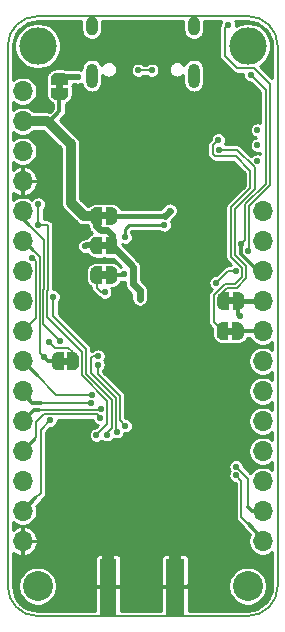
<source format=gbl>
G04 #@! TF.GenerationSoftware,KiCad,Pcbnew,(5.1.8)-1*
G04 #@! TF.CreationDate,2020-12-21T10:11:38+01:00*
G04 #@! TF.ProjectId,Penguino-STM32WL-LoRa-E5,50656e67-7569-46e6-9f2d-53544d333257,0.1*
G04 #@! TF.SameCoordinates,PX8198450PY59a5380*
G04 #@! TF.FileFunction,Copper,L2,Bot*
G04 #@! TF.FilePolarity,Positive*
%FSLAX46Y46*%
G04 Gerber Fmt 4.6, Leading zero omitted, Abs format (unit mm)*
G04 Created by KiCad (PCBNEW (5.1.8)-1) date 2020-12-21 10:11:38*
%MOMM*%
%LPD*%
G01*
G04 APERTURE LIST*
G04 #@! TA.AperFunction,Profile*
%ADD10C,0.150000*%
G04 #@! TD*
G04 #@! TA.AperFunction,EtchedComponent*
%ADD11C,0.100000*%
G04 #@! TD*
G04 #@! TA.AperFunction,ComponentPad*
%ADD12O,1.000000X2.100000*%
G04 #@! TD*
G04 #@! TA.AperFunction,ComponentPad*
%ADD13O,1.000000X1.600000*%
G04 #@! TD*
G04 #@! TA.AperFunction,SMDPad,CuDef*
%ADD14R,1.350000X4.700000*%
G04 #@! TD*
G04 #@! TA.AperFunction,SMDPad,CuDef*
%ADD15R,1.500000X4.700000*%
G04 #@! TD*
G04 #@! TA.AperFunction,SMDPad,CuDef*
%ADD16C,0.100000*%
G04 #@! TD*
G04 #@! TA.AperFunction,ComponentPad*
%ADD17C,3.175000*%
G04 #@! TD*
G04 #@! TA.AperFunction,ComponentPad*
%ADD18C,2.540000*%
G04 #@! TD*
G04 #@! TA.AperFunction,ComponentPad*
%ADD19O,1.700000X1.700000*%
G04 #@! TD*
G04 #@! TA.AperFunction,ViaPad*
%ADD20C,0.550000*%
G04 #@! TD*
G04 #@! TA.AperFunction,Conductor*
%ADD21C,1.000000*%
G04 #@! TD*
G04 #@! TA.AperFunction,Conductor*
%ADD22C,0.300000*%
G04 #@! TD*
G04 #@! TA.AperFunction,Conductor*
%ADD23C,0.250000*%
G04 #@! TD*
G04 #@! TA.AperFunction,Conductor*
%ADD24C,0.180000*%
G04 #@! TD*
G04 #@! TA.AperFunction,Conductor*
%ADD25C,0.350000*%
G04 #@! TD*
G04 #@! TA.AperFunction,Conductor*
%ADD26C,0.860000*%
G04 #@! TD*
G04 #@! TA.AperFunction,Conductor*
%ADD27C,0.609600*%
G04 #@! TD*
G04 #@! TA.AperFunction,Conductor*
%ADD28C,0.152400*%
G04 #@! TD*
G04 #@! TA.AperFunction,Conductor*
%ADD29C,0.500000*%
G04 #@! TD*
G04 #@! TA.AperFunction,Conductor*
%ADD30C,0.200000*%
G04 #@! TD*
G04 #@! TA.AperFunction,Conductor*
%ADD31C,0.400000*%
G04 #@! TD*
G04 #@! TA.AperFunction,Conductor*
%ADD32C,0.254000*%
G04 #@! TD*
G04 #@! TA.AperFunction,Conductor*
%ADD33C,0.100000*%
G04 #@! TD*
G04 APERTURE END LIST*
D10*
X-8890000Y-25380000D02*
G75*
G02*
X-11430000Y-22840000I0J2540000D01*
G01*
X11430000Y-22840000D02*
G75*
G02*
X8890000Y-25380000I-2540000J0D01*
G01*
X8890000Y25420000D02*
G75*
G02*
X11430000Y22880000I0J-2540000D01*
G01*
X-11430000Y22880000D02*
G75*
G02*
X-8890000Y25420000I2540000J0D01*
G01*
X-11430000Y-22840000D02*
X-11430000Y22880000D01*
X8890000Y-25380000D02*
X-8890000Y-25380000D01*
X11430000Y22880000D02*
X11430000Y-22840000D01*
X-8890000Y25420000D02*
X8890000Y25420000D01*
D11*
G36*
X-6750000Y19720000D02*
G01*
X-6750000Y19220000D01*
X-7350000Y19220000D01*
X-7350000Y19720000D01*
X-6750000Y19720000D01*
G37*
G36*
X-3540000Y6300000D02*
G01*
X-3040000Y6300000D01*
X-3040000Y5700000D01*
X-3540000Y5700000D01*
X-3540000Y6300000D01*
G37*
G36*
X-6290000Y-4100000D02*
G01*
X-6790000Y-4100000D01*
X-6790000Y-3500000D01*
X-6290000Y-3500000D01*
X-6290000Y-4100000D01*
G37*
G36*
X-3540000Y3800000D02*
G01*
X-3040000Y3800000D01*
X-3040000Y3200000D01*
X-3540000Y3200000D01*
X-3540000Y3800000D01*
G37*
G36*
X-3039999Y8200000D02*
G01*
X-3539999Y8200000D01*
X-3539999Y8800000D01*
X-3039999Y8800000D01*
X-3039999Y8200000D01*
G37*
G36*
X7160000Y-950000D02*
G01*
X7660000Y-950000D01*
X7660000Y-1550000D01*
X7160000Y-1550000D01*
X7160000Y-950000D01*
G37*
G36*
X7210000Y1600000D02*
G01*
X7710000Y1600000D01*
X7710000Y1000000D01*
X7210000Y1000000D01*
X7210000Y1600000D01*
G37*
D12*
X-4310000Y20380000D03*
X4330000Y20380000D03*
D13*
X4330000Y24560000D03*
X-4310000Y24560000D03*
D14*
X-2912500Y-22880000D03*
D15*
X2737500Y-22880000D03*
G04 #@! TA.AperFunction,SMDPad,CuDef*
D16*
G36*
X-6300000Y19320000D02*
G01*
X-6300000Y18820000D01*
X-6300602Y18820000D01*
X-6300602Y18795466D01*
X-6305412Y18746635D01*
X-6314984Y18698510D01*
X-6329228Y18651555D01*
X-6348005Y18606222D01*
X-6371136Y18562949D01*
X-6398396Y18522150D01*
X-6429524Y18484221D01*
X-6464221Y18449524D01*
X-6502150Y18418396D01*
X-6542949Y18391136D01*
X-6586222Y18368005D01*
X-6631555Y18349228D01*
X-6678510Y18334984D01*
X-6726635Y18325412D01*
X-6775466Y18320602D01*
X-6800000Y18320602D01*
X-6800000Y18320000D01*
X-7300000Y18320000D01*
X-7300000Y18320602D01*
X-7324534Y18320602D01*
X-7373365Y18325412D01*
X-7421490Y18334984D01*
X-7468445Y18349228D01*
X-7513778Y18368005D01*
X-7557051Y18391136D01*
X-7597850Y18418396D01*
X-7635779Y18449524D01*
X-7670476Y18484221D01*
X-7701604Y18522150D01*
X-7728864Y18562949D01*
X-7751995Y18606222D01*
X-7770772Y18651555D01*
X-7785016Y18698510D01*
X-7794588Y18746635D01*
X-7799398Y18795466D01*
X-7799398Y18820000D01*
X-7800000Y18820000D01*
X-7800000Y19320000D01*
X-6300000Y19320000D01*
G37*
G04 #@! TD.AperFunction*
G04 #@! TA.AperFunction,SMDPad,CuDef*
G36*
X-7799398Y20120000D02*
G01*
X-7799398Y20144534D01*
X-7794588Y20193365D01*
X-7785016Y20241490D01*
X-7770772Y20288445D01*
X-7751995Y20333778D01*
X-7728864Y20377051D01*
X-7701604Y20417850D01*
X-7670476Y20455779D01*
X-7635779Y20490476D01*
X-7597850Y20521604D01*
X-7557051Y20548864D01*
X-7513778Y20571995D01*
X-7468445Y20590772D01*
X-7421490Y20605016D01*
X-7373365Y20614588D01*
X-7324534Y20619398D01*
X-7300000Y20619398D01*
X-7300000Y20620000D01*
X-6800000Y20620000D01*
X-6800000Y20619398D01*
X-6775466Y20619398D01*
X-6726635Y20614588D01*
X-6678510Y20605016D01*
X-6631555Y20590772D01*
X-6586222Y20571995D01*
X-6542949Y20548864D01*
X-6502150Y20521604D01*
X-6464221Y20490476D01*
X-6429524Y20455779D01*
X-6398396Y20417850D01*
X-6371136Y20377051D01*
X-6348005Y20333778D01*
X-6329228Y20288445D01*
X-6314984Y20241490D01*
X-6305412Y20193365D01*
X-6300602Y20144534D01*
X-6300602Y20120000D01*
X-6300000Y20120000D01*
X-6300000Y19620000D01*
X-7800000Y19620000D01*
X-7800000Y20120000D01*
X-7799398Y20120000D01*
G37*
G04 #@! TD.AperFunction*
G04 #@! TA.AperFunction,SMDPad,CuDef*
G36*
X-3940000Y5250602D02*
G01*
X-3964534Y5250602D01*
X-4013365Y5255412D01*
X-4061490Y5264984D01*
X-4108445Y5279228D01*
X-4153778Y5298005D01*
X-4197051Y5321136D01*
X-4237850Y5348396D01*
X-4275779Y5379524D01*
X-4310476Y5414221D01*
X-4341604Y5452150D01*
X-4368864Y5492949D01*
X-4391995Y5536222D01*
X-4410772Y5581555D01*
X-4425016Y5628510D01*
X-4434588Y5676635D01*
X-4439398Y5725466D01*
X-4439398Y5750000D01*
X-4440000Y5750000D01*
X-4440000Y6250000D01*
X-4439398Y6250000D01*
X-4439398Y6274534D01*
X-4434588Y6323365D01*
X-4425016Y6371490D01*
X-4410772Y6418445D01*
X-4391995Y6463778D01*
X-4368864Y6507051D01*
X-4341604Y6547850D01*
X-4310476Y6585779D01*
X-4275779Y6620476D01*
X-4237850Y6651604D01*
X-4197051Y6678864D01*
X-4153778Y6701995D01*
X-4108445Y6720772D01*
X-4061490Y6735016D01*
X-4013365Y6744588D01*
X-3964534Y6749398D01*
X-3940000Y6749398D01*
X-3940000Y6750000D01*
X-3440000Y6750000D01*
X-3440000Y5250000D01*
X-3940000Y5250000D01*
X-3940000Y5250602D01*
G37*
G04 #@! TD.AperFunction*
G04 #@! TA.AperFunction,SMDPad,CuDef*
G36*
X-3140000Y6750000D02*
G01*
X-2640000Y6750000D01*
X-2640000Y6749398D01*
X-2615466Y6749398D01*
X-2566635Y6744588D01*
X-2518510Y6735016D01*
X-2471555Y6720772D01*
X-2426222Y6701995D01*
X-2382949Y6678864D01*
X-2342150Y6651604D01*
X-2304221Y6620476D01*
X-2269524Y6585779D01*
X-2238396Y6547850D01*
X-2211136Y6507051D01*
X-2188005Y6463778D01*
X-2169228Y6418445D01*
X-2154984Y6371490D01*
X-2145412Y6323365D01*
X-2140602Y6274534D01*
X-2140602Y6250000D01*
X-2140000Y6250000D01*
X-2140000Y5750000D01*
X-2140602Y5750000D01*
X-2140602Y5725466D01*
X-2145412Y5676635D01*
X-2154984Y5628510D01*
X-2169228Y5581555D01*
X-2188005Y5536222D01*
X-2211136Y5492949D01*
X-2238396Y5452150D01*
X-2269524Y5414221D01*
X-2304221Y5379524D01*
X-2342150Y5348396D01*
X-2382949Y5321136D01*
X-2426222Y5298005D01*
X-2471555Y5279228D01*
X-2518510Y5264984D01*
X-2566635Y5255412D01*
X-2615466Y5250602D01*
X-2640000Y5250602D01*
X-2640000Y5250000D01*
X-3140000Y5250000D01*
X-3140000Y6750000D01*
G37*
G04 #@! TD.AperFunction*
G04 #@! TA.AperFunction,SMDPad,CuDef*
G36*
X-6690000Y-4550000D02*
G01*
X-7190000Y-4550000D01*
X-7190000Y-4549398D01*
X-7214534Y-4549398D01*
X-7263365Y-4544588D01*
X-7311490Y-4535016D01*
X-7358445Y-4520772D01*
X-7403778Y-4501995D01*
X-7447051Y-4478864D01*
X-7487850Y-4451604D01*
X-7525779Y-4420476D01*
X-7560476Y-4385779D01*
X-7591604Y-4347850D01*
X-7618864Y-4307051D01*
X-7641995Y-4263778D01*
X-7660772Y-4218445D01*
X-7675016Y-4171490D01*
X-7684588Y-4123365D01*
X-7689398Y-4074534D01*
X-7689398Y-4050000D01*
X-7690000Y-4050000D01*
X-7690000Y-3550000D01*
X-7689398Y-3550000D01*
X-7689398Y-3525466D01*
X-7684588Y-3476635D01*
X-7675016Y-3428510D01*
X-7660772Y-3381555D01*
X-7641995Y-3336222D01*
X-7618864Y-3292949D01*
X-7591604Y-3252150D01*
X-7560476Y-3214221D01*
X-7525779Y-3179524D01*
X-7487850Y-3148396D01*
X-7447051Y-3121136D01*
X-7403778Y-3098005D01*
X-7358445Y-3079228D01*
X-7311490Y-3064984D01*
X-7263365Y-3055412D01*
X-7214534Y-3050602D01*
X-7190000Y-3050602D01*
X-7190000Y-3050000D01*
X-6690000Y-3050000D01*
X-6690000Y-4550000D01*
G37*
G04 #@! TD.AperFunction*
G04 #@! TA.AperFunction,SMDPad,CuDef*
G36*
X-5890000Y-3050602D02*
G01*
X-5865466Y-3050602D01*
X-5816635Y-3055412D01*
X-5768510Y-3064984D01*
X-5721555Y-3079228D01*
X-5676222Y-3098005D01*
X-5632949Y-3121136D01*
X-5592150Y-3148396D01*
X-5554221Y-3179524D01*
X-5519524Y-3214221D01*
X-5488396Y-3252150D01*
X-5461136Y-3292949D01*
X-5438005Y-3336222D01*
X-5419228Y-3381555D01*
X-5404984Y-3428510D01*
X-5395412Y-3476635D01*
X-5390602Y-3525466D01*
X-5390602Y-3550000D01*
X-5390000Y-3550000D01*
X-5390000Y-4050000D01*
X-5390602Y-4050000D01*
X-5390602Y-4074534D01*
X-5395412Y-4123365D01*
X-5404984Y-4171490D01*
X-5419228Y-4218445D01*
X-5438005Y-4263778D01*
X-5461136Y-4307051D01*
X-5488396Y-4347850D01*
X-5519524Y-4385779D01*
X-5554221Y-4420476D01*
X-5592150Y-4451604D01*
X-5632949Y-4478864D01*
X-5676222Y-4501995D01*
X-5721555Y-4520772D01*
X-5768510Y-4535016D01*
X-5816635Y-4544588D01*
X-5865466Y-4549398D01*
X-5890000Y-4549398D01*
X-5890000Y-4550000D01*
X-6390000Y-4550000D01*
X-6390000Y-3050000D01*
X-5890000Y-3050000D01*
X-5890000Y-3050602D01*
G37*
G04 #@! TD.AperFunction*
G04 #@! TA.AperFunction,SMDPad,CuDef*
G36*
X-3940000Y2750602D02*
G01*
X-3964534Y2750602D01*
X-4013365Y2755412D01*
X-4061490Y2764984D01*
X-4108445Y2779228D01*
X-4153778Y2798005D01*
X-4197051Y2821136D01*
X-4237850Y2848396D01*
X-4275779Y2879524D01*
X-4310476Y2914221D01*
X-4341604Y2952150D01*
X-4368864Y2992949D01*
X-4391995Y3036222D01*
X-4410772Y3081555D01*
X-4425016Y3128510D01*
X-4434588Y3176635D01*
X-4439398Y3225466D01*
X-4439398Y3250000D01*
X-4440000Y3250000D01*
X-4440000Y3750000D01*
X-4439398Y3750000D01*
X-4439398Y3774534D01*
X-4434588Y3823365D01*
X-4425016Y3871490D01*
X-4410772Y3918445D01*
X-4391995Y3963778D01*
X-4368864Y4007051D01*
X-4341604Y4047850D01*
X-4310476Y4085779D01*
X-4275779Y4120476D01*
X-4237850Y4151604D01*
X-4197051Y4178864D01*
X-4153778Y4201995D01*
X-4108445Y4220772D01*
X-4061490Y4235016D01*
X-4013365Y4244588D01*
X-3964534Y4249398D01*
X-3940000Y4249398D01*
X-3940000Y4250000D01*
X-3440000Y4250000D01*
X-3440000Y2750000D01*
X-3940000Y2750000D01*
X-3940000Y2750602D01*
G37*
G04 #@! TD.AperFunction*
G04 #@! TA.AperFunction,SMDPad,CuDef*
G36*
X-3140000Y4250000D02*
G01*
X-2640000Y4250000D01*
X-2640000Y4249398D01*
X-2615466Y4249398D01*
X-2566635Y4244588D01*
X-2518510Y4235016D01*
X-2471555Y4220772D01*
X-2426222Y4201995D01*
X-2382949Y4178864D01*
X-2342150Y4151604D01*
X-2304221Y4120476D01*
X-2269524Y4085779D01*
X-2238396Y4047850D01*
X-2211136Y4007051D01*
X-2188005Y3963778D01*
X-2169228Y3918445D01*
X-2154984Y3871490D01*
X-2145412Y3823365D01*
X-2140602Y3774534D01*
X-2140602Y3750000D01*
X-2140000Y3750000D01*
X-2140000Y3250000D01*
X-2140602Y3250000D01*
X-2140602Y3225466D01*
X-2145412Y3176635D01*
X-2154984Y3128510D01*
X-2169228Y3081555D01*
X-2188005Y3036222D01*
X-2211136Y2992949D01*
X-2238396Y2952150D01*
X-2269524Y2914221D01*
X-2304221Y2879524D01*
X-2342150Y2848396D01*
X-2382949Y2821136D01*
X-2426222Y2798005D01*
X-2471555Y2779228D01*
X-2518510Y2764984D01*
X-2566635Y2755412D01*
X-2615466Y2750602D01*
X-2640000Y2750602D01*
X-2640000Y2750000D01*
X-3140000Y2750000D01*
X-3140000Y4250000D01*
G37*
G04 #@! TD.AperFunction*
D17*
X-8890000Y22880000D03*
X8890000Y22880000D03*
D18*
X8890000Y-22840000D03*
X-8890000Y-22840000D03*
D19*
X-10160000Y19070000D03*
X-10160000Y16530000D03*
X-10160000Y13990000D03*
X-10160000Y11450000D03*
X-10160000Y8910000D03*
X-10160000Y6370000D03*
X-10160000Y3830000D03*
X-10160000Y1290000D03*
X-10160000Y-1250000D03*
X-10160000Y-3790000D03*
X-10160000Y-6330000D03*
X-10160000Y-8870000D03*
X-10160000Y-11410000D03*
X-10160000Y-13950000D03*
X-10160000Y-16490000D03*
X-10160000Y-19030000D03*
X10160000Y-19030000D03*
X10160000Y-16490000D03*
X10160000Y-13950000D03*
X10160000Y-11410000D03*
X10160000Y-8870000D03*
X10160000Y-6330000D03*
X10160000Y-3790000D03*
X10160000Y-1250000D03*
X10160000Y1290000D03*
X10160000Y3830000D03*
X10160000Y6370000D03*
X10160000Y8910000D03*
G04 #@! TA.AperFunction,SMDPad,CuDef*
D16*
G36*
X-2639999Y9249398D02*
G01*
X-2615465Y9249398D01*
X-2566634Y9244588D01*
X-2518509Y9235016D01*
X-2471554Y9220772D01*
X-2426221Y9201995D01*
X-2382948Y9178864D01*
X-2342149Y9151604D01*
X-2304220Y9120476D01*
X-2269523Y9085779D01*
X-2238395Y9047850D01*
X-2211135Y9007051D01*
X-2188004Y8963778D01*
X-2169227Y8918445D01*
X-2154983Y8871490D01*
X-2145411Y8823365D01*
X-2140601Y8774534D01*
X-2140601Y8750000D01*
X-2139999Y8750000D01*
X-2139999Y8250000D01*
X-2140601Y8250000D01*
X-2140601Y8225466D01*
X-2145411Y8176635D01*
X-2154983Y8128510D01*
X-2169227Y8081555D01*
X-2188004Y8036222D01*
X-2211135Y7992949D01*
X-2238395Y7952150D01*
X-2269523Y7914221D01*
X-2304220Y7879524D01*
X-2342149Y7848396D01*
X-2382948Y7821136D01*
X-2426221Y7798005D01*
X-2471554Y7779228D01*
X-2518509Y7764984D01*
X-2566634Y7755412D01*
X-2615465Y7750602D01*
X-2639999Y7750602D01*
X-2639999Y7750000D01*
X-3139999Y7750000D01*
X-3139999Y9250000D01*
X-2639999Y9250000D01*
X-2639999Y9249398D01*
G37*
G04 #@! TD.AperFunction*
G04 #@! TA.AperFunction,SMDPad,CuDef*
G36*
X-3439999Y7750000D02*
G01*
X-3939999Y7750000D01*
X-3939999Y7750602D01*
X-3964533Y7750602D01*
X-4013364Y7755412D01*
X-4061489Y7764984D01*
X-4108444Y7779228D01*
X-4153777Y7798005D01*
X-4197050Y7821136D01*
X-4237849Y7848396D01*
X-4275778Y7879524D01*
X-4310475Y7914221D01*
X-4341603Y7952150D01*
X-4368863Y7992949D01*
X-4391994Y8036222D01*
X-4410771Y8081555D01*
X-4425015Y8128510D01*
X-4434587Y8176635D01*
X-4439397Y8225466D01*
X-4439397Y8250000D01*
X-4439999Y8250000D01*
X-4439999Y8750000D01*
X-4439397Y8750000D01*
X-4439397Y8774534D01*
X-4434587Y8823365D01*
X-4425015Y8871490D01*
X-4410771Y8918445D01*
X-4391994Y8963778D01*
X-4368863Y9007051D01*
X-4341603Y9047850D01*
X-4310475Y9085779D01*
X-4275778Y9120476D01*
X-4237849Y9151604D01*
X-4197050Y9178864D01*
X-4153777Y9201995D01*
X-4108444Y9220772D01*
X-4061489Y9235016D01*
X-4013364Y9244588D01*
X-3964533Y9249398D01*
X-3939999Y9249398D01*
X-3939999Y9250000D01*
X-3439999Y9250000D01*
X-3439999Y7750000D01*
G37*
G04 #@! TD.AperFunction*
G04 #@! TA.AperFunction,SMDPad,CuDef*
G36*
X6760000Y-1999398D02*
G01*
X6735466Y-1999398D01*
X6686635Y-1994588D01*
X6638510Y-1985016D01*
X6591555Y-1970772D01*
X6546222Y-1951995D01*
X6502949Y-1928864D01*
X6462150Y-1901604D01*
X6424221Y-1870476D01*
X6389524Y-1835779D01*
X6358396Y-1797850D01*
X6331136Y-1757051D01*
X6308005Y-1713778D01*
X6289228Y-1668445D01*
X6274984Y-1621490D01*
X6265412Y-1573365D01*
X6260602Y-1524534D01*
X6260602Y-1500000D01*
X6260000Y-1500000D01*
X6260000Y-1000000D01*
X6260602Y-1000000D01*
X6260602Y-975466D01*
X6265412Y-926635D01*
X6274984Y-878510D01*
X6289228Y-831555D01*
X6308005Y-786222D01*
X6331136Y-742949D01*
X6358396Y-702150D01*
X6389524Y-664221D01*
X6424221Y-629524D01*
X6462150Y-598396D01*
X6502949Y-571136D01*
X6546222Y-548005D01*
X6591555Y-529228D01*
X6638510Y-514984D01*
X6686635Y-505412D01*
X6735466Y-500602D01*
X6760000Y-500602D01*
X6760000Y-500000D01*
X7260000Y-500000D01*
X7260000Y-2000000D01*
X6760000Y-2000000D01*
X6760000Y-1999398D01*
G37*
G04 #@! TD.AperFunction*
G04 #@! TA.AperFunction,SMDPad,CuDef*
G36*
X7560000Y-500000D02*
G01*
X8060000Y-500000D01*
X8060000Y-500602D01*
X8084534Y-500602D01*
X8133365Y-505412D01*
X8181490Y-514984D01*
X8228445Y-529228D01*
X8273778Y-548005D01*
X8317051Y-571136D01*
X8357850Y-598396D01*
X8395779Y-629524D01*
X8430476Y-664221D01*
X8461604Y-702150D01*
X8488864Y-742949D01*
X8511995Y-786222D01*
X8530772Y-831555D01*
X8545016Y-878510D01*
X8554588Y-926635D01*
X8559398Y-975466D01*
X8559398Y-1000000D01*
X8560000Y-1000000D01*
X8560000Y-1500000D01*
X8559398Y-1500000D01*
X8559398Y-1524534D01*
X8554588Y-1573365D01*
X8545016Y-1621490D01*
X8530772Y-1668445D01*
X8511995Y-1713778D01*
X8488864Y-1757051D01*
X8461604Y-1797850D01*
X8430476Y-1835779D01*
X8395779Y-1870476D01*
X8357850Y-1901604D01*
X8317051Y-1928864D01*
X8273778Y-1951995D01*
X8228445Y-1970772D01*
X8181490Y-1985016D01*
X8133365Y-1994588D01*
X8084534Y-1999398D01*
X8060000Y-1999398D01*
X8060000Y-2000000D01*
X7560000Y-2000000D01*
X7560000Y-500000D01*
G37*
G04 #@! TD.AperFunction*
G04 #@! TA.AperFunction,SMDPad,CuDef*
G36*
X7610000Y2050000D02*
G01*
X8110000Y2050000D01*
X8110000Y2049398D01*
X8134534Y2049398D01*
X8183365Y2044588D01*
X8231490Y2035016D01*
X8278445Y2020772D01*
X8323778Y2001995D01*
X8367051Y1978864D01*
X8407850Y1951604D01*
X8445779Y1920476D01*
X8480476Y1885779D01*
X8511604Y1847850D01*
X8538864Y1807051D01*
X8561995Y1763778D01*
X8580772Y1718445D01*
X8595016Y1671490D01*
X8604588Y1623365D01*
X8609398Y1574534D01*
X8609398Y1550000D01*
X8610000Y1550000D01*
X8610000Y1050000D01*
X8609398Y1050000D01*
X8609398Y1025466D01*
X8604588Y976635D01*
X8595016Y928510D01*
X8580772Y881555D01*
X8561995Y836222D01*
X8538864Y792949D01*
X8511604Y752150D01*
X8480476Y714221D01*
X8445779Y679524D01*
X8407850Y648396D01*
X8367051Y621136D01*
X8323778Y598005D01*
X8278445Y579228D01*
X8231490Y564984D01*
X8183365Y555412D01*
X8134534Y550602D01*
X8110000Y550602D01*
X8110000Y550000D01*
X7610000Y550000D01*
X7610000Y2050000D01*
G37*
G04 #@! TD.AperFunction*
G04 #@! TA.AperFunction,SMDPad,CuDef*
G36*
X6810000Y550602D02*
G01*
X6785466Y550602D01*
X6736635Y555412D01*
X6688510Y564984D01*
X6641555Y579228D01*
X6596222Y598005D01*
X6552949Y621136D01*
X6512150Y648396D01*
X6474221Y679524D01*
X6439524Y714221D01*
X6408396Y752150D01*
X6381136Y792949D01*
X6358005Y836222D01*
X6339228Y881555D01*
X6324984Y928510D01*
X6315412Y976635D01*
X6310602Y1025466D01*
X6310602Y1050000D01*
X6310000Y1050000D01*
X6310000Y1550000D01*
X6310602Y1550000D01*
X6310602Y1574534D01*
X6315412Y1623365D01*
X6324984Y1671490D01*
X6339228Y1718445D01*
X6358005Y1763778D01*
X6381136Y1807051D01*
X6408396Y1847850D01*
X6439524Y1885779D01*
X6474221Y1920476D01*
X6512150Y1951604D01*
X6552949Y1978864D01*
X6596222Y2001995D01*
X6641555Y2020772D01*
X6688510Y2035016D01*
X6736635Y2044588D01*
X6785466Y2049398D01*
X6810000Y2049398D01*
X6810000Y2050000D01*
X7310000Y2050000D01*
X7310000Y550000D01*
X6810000Y550000D01*
X6810000Y550602D01*
G37*
G04 #@! TD.AperFunction*
D20*
X9710000Y13150000D03*
X9710000Y14475000D03*
X9710000Y15775000D03*
X1160000Y17075000D03*
X-6690000Y22500000D03*
X-6990000Y24200000D03*
X-1080000Y16350000D03*
X-5165000Y15650000D03*
X2335000Y-3275000D03*
X3210000Y-3275000D03*
X1610000Y-3300000D03*
X-1840000Y500000D03*
X-2740000Y22750000D03*
X2760000Y22900000D03*
X6610000Y8800000D03*
X4910000Y7850000D03*
X4460000Y-11200000D03*
X7860000Y-11275000D03*
X-2615000Y-12100000D03*
X-2615000Y-15525000D03*
X-4340000Y-11275000D03*
X-7590000Y-11275000D03*
X-6040000Y-12325000D03*
X-1840000Y1425000D03*
X1385000Y25000D03*
X3960000Y16400000D03*
X1685000Y15275000D03*
X6300000Y16370000D03*
X5160000Y16450000D03*
X10000Y13325000D03*
X-1650000Y17225000D03*
X6910000Y18690000D03*
X7650000Y18680000D03*
X6385000Y-12350000D03*
X-3289000Y18446000D03*
X-4705000Y18649000D03*
X6630000Y5260000D03*
X3270000Y3920000D03*
X-4490000Y2040000D03*
X-6030000Y-510000D03*
X5210000Y0D03*
X2310000Y11500000D03*
X1587448Y10650000D03*
X5260000Y2950000D03*
X4610000Y875000D03*
X-1890000Y-12000000D03*
X-1865000Y-11100000D03*
X-2815000Y-11100000D03*
X-3590000Y-11400000D03*
X-3790000Y-12200000D03*
X-4790000Y-12900000D03*
X7060000Y-12350000D03*
X5635000Y-12350000D03*
X3010000Y-9500000D03*
X2385000Y-11875000D03*
X1110000Y-11875000D03*
X-90000Y-11900000D03*
X110000Y3650000D03*
X-4742779Y4875000D03*
X5610000Y7675000D03*
X6260000Y12300000D03*
X4060000Y12250000D03*
X4358500Y10798500D03*
X6160000Y10775000D03*
X6360000Y9700000D03*
X-740000Y11450000D03*
X-1615000Y12450000D03*
X-1490000Y13475000D03*
X-490000Y12350000D03*
X10560000Y21175000D03*
X4485000Y17825000D03*
X185000Y23075000D03*
X-10290000Y20950000D03*
X-8665000Y13575000D03*
X-8615000Y11350000D03*
X-3265000Y11500000D03*
X-4690000Y13100000D03*
X-4690000Y11350000D03*
X5710000Y-1250000D03*
X-5490000Y19200000D03*
X-5090000Y17800000D03*
X-4790000Y-13700000D03*
X-4810000Y-14440000D03*
X-3520000Y-17250000D03*
X-2760000Y-18010000D03*
X760000Y-18860000D03*
X860000Y-19850000D03*
X-1040000Y-19850000D03*
X-1340000Y-20800000D03*
X-1340000Y-21700000D03*
X-1340000Y-22650000D03*
X-1340000Y-23600000D03*
X-1340000Y-24650000D03*
X1160000Y-21750000D03*
X1160000Y-23650000D03*
X1160000Y-20850000D03*
X1160000Y-22700000D03*
X1160000Y-24700000D03*
X1510000Y-18850000D03*
X2260000Y-18850000D03*
X3060000Y-18850000D03*
X3960000Y-18850000D03*
X4910000Y-18950000D03*
X4960000Y-17000000D03*
X1560000Y-17125000D03*
X3110000Y-17125000D03*
X2310000Y-17125000D03*
X4010000Y-17125000D03*
X560000Y-17150000D03*
X-165000Y-17125000D03*
X-1715000Y-16625000D03*
X-2215000Y-16100000D03*
X8290000Y15900000D03*
X8030000Y12360000D03*
X-10450000Y-21091800D03*
X-8390000Y-17500000D03*
X-8040000Y-18700000D03*
X-8342800Y-20389400D03*
X-7390000Y-12350000D03*
X-8140000Y-15450000D03*
X-5440000Y-17150000D03*
X-6590000Y-19600000D03*
X-7140000Y-21100000D03*
X-6990000Y-24700000D03*
X-6740000Y-14350000D03*
X-5570000Y-23300000D03*
X-5533200Y-16175000D03*
X-5533200Y-18282200D03*
X-1550000Y-19280000D03*
X-4290000Y-21200000D03*
X-5590000Y-24000000D03*
X-2800000Y-19290000D03*
X-1318800Y23159400D03*
X-1318800Y-5639000D03*
X-616400Y-10555800D03*
X788400Y-4936600D03*
X1490800Y23159400D03*
X5002800Y-20389400D03*
X4010000Y-22850000D03*
X5705200Y-23901400D03*
X6407600Y-21091800D03*
X10622000Y-21091800D03*
X-5570000Y-22600000D03*
X-4190000Y-24700000D03*
X-8390000Y-24700000D03*
X2710000Y-19800000D03*
X6210000Y-22500000D03*
X9110000Y-20600000D03*
X8710000Y-19500000D03*
X6910000Y-15500000D03*
X5210000Y-16200000D03*
X-390000Y-16300000D03*
X-1190000Y-15700000D03*
X910000Y-10600000D03*
X3910000Y-10300000D03*
X1010000Y3650000D03*
X-4590000Y10100000D03*
X3010000Y-4400000D03*
X2110000Y-4400000D03*
X1210000Y-4100000D03*
X2210000Y-5300000D03*
X1310000Y-5800000D03*
X3610000Y-3900000D03*
X110000Y-5800000D03*
X3210000Y5100000D03*
X3360000Y17000000D03*
X4510000Y17000000D03*
X5660000Y17150000D03*
X3310000Y17900000D03*
X4210000Y-24700000D03*
X5510000Y-24700000D03*
X6910000Y-24700000D03*
X8210000Y-24700000D03*
X4210000Y-20850000D03*
X4260000Y-19750000D03*
X7660000Y-21000000D03*
X5460000Y-21600000D03*
X-4440000Y-17750000D03*
X-5540000Y-14850000D03*
X-7040000Y-18300000D03*
X7910000Y-10450000D03*
X4757590Y-1202410D03*
X5660000Y4150000D03*
X6560000Y4350000D03*
X-6640000Y-13000000D03*
X-5540000Y-13050000D03*
X-4940000Y6900000D03*
X-3440000Y21550000D03*
X-2490000Y21850000D03*
X-1138251Y5850873D03*
X2010000Y5740000D03*
X-4590000Y-15860000D03*
X-4770000Y-15170000D03*
X-1140000Y-17100000D03*
X-950000Y-18870000D03*
X-4080000Y-18900000D03*
X-1465000Y6675000D03*
X-1610151Y3564068D03*
X1837128Y7748864D03*
X8330192Y6107213D03*
X9160000Y20450000D03*
X-262556Y2200000D03*
X-240000Y1500000D03*
X-4889103Y5947738D03*
X7910000Y3850000D03*
X6210000Y2850000D03*
X-7930000Y-2160000D03*
X7235000Y24700000D03*
X8957618Y5525016D03*
X-5515000Y20275000D03*
X-3220000Y2050000D03*
X8210000Y24999D03*
X8042581Y-1250000D03*
X-8341215Y-3482013D03*
X-7552955Y1671358D03*
X-3040000Y-10025000D03*
X-6965000Y-2125000D03*
X-9390000Y4975000D03*
X-8828415Y9488415D03*
X-3920332Y-10067410D03*
X-8840000Y7750000D03*
X-3800469Y-4090569D03*
X-1485773Y-9257590D03*
X7900000Y-12720000D03*
X-3800469Y-3375652D03*
X-2192403Y-9771465D03*
X7909998Y-13475000D03*
X-7850000Y-8820000D03*
X-4293208Y-6621384D03*
X-3597403Y-8582783D03*
X-3511718Y-7885617D03*
X1887402Y8525000D03*
X2310000Y8947598D03*
X-365000Y20825004D03*
X760000Y20825000D03*
X6410000Y14950000D03*
X6452410Y14100000D03*
X-4404485Y-7314926D03*
D21*
X2710000Y-22800000D02*
X2810000Y-22900000D01*
X2710000Y-19375000D02*
X2710000Y-22800000D01*
X2810000Y-19275000D02*
X2710000Y-19375000D01*
X-2460000Y-19275000D02*
X2810000Y-19275000D01*
X-2965000Y-18770000D02*
X-2862500Y-18872500D01*
X-2965000Y-22827500D02*
X-2965000Y-18770000D01*
X-2912500Y-22880000D02*
X-2965000Y-22827500D01*
X2810000Y-14402446D02*
X2810000Y-19275000D01*
X4757590Y-12454856D02*
X2810000Y-14402446D01*
X-3289000Y18446000D02*
X4358500Y10798500D01*
X4757590Y10399410D02*
X4757590Y-1202410D01*
X4358500Y10798500D02*
X4757590Y10399410D01*
X-2862500Y-18872500D02*
X-2460000Y-19275000D01*
X4757590Y-1202410D02*
X4757590Y-12454856D01*
D22*
X-2640000Y3500000D02*
X-1674219Y3500000D01*
X-1674219Y3500000D02*
X-1610151Y3564068D01*
D23*
X-1141136Y7748864D02*
X1837128Y7748864D01*
X-1465000Y7425000D02*
X-1141136Y7748864D01*
X-1465000Y6675000D02*
X-1465000Y7425000D01*
D24*
X8674822Y9474622D02*
X10420000Y11219800D01*
X9434999Y20175001D02*
X9160000Y20450000D01*
X10420000Y19190000D02*
X9434999Y20175001D01*
X10420000Y11219800D02*
X10420000Y19190000D01*
X8674822Y6451843D02*
X8674822Y9474622D01*
X8330192Y6107213D02*
X8674822Y6451843D01*
D25*
X8330192Y5255972D02*
X8330192Y6107213D01*
X10160000Y3830000D02*
X9756164Y3830000D01*
X9756164Y3830000D02*
X8330192Y5255972D01*
X-2640000Y6910000D02*
X-2640000Y5820000D01*
D26*
X-8070000Y16530000D02*
X-10160000Y16530000D01*
D27*
X-3939999Y7659999D02*
X-3560000Y7280000D01*
X-3939999Y8500000D02*
X-3939999Y7659999D01*
X-3010000Y7280000D02*
X-2640000Y6910000D01*
X-3560000Y7280000D02*
X-3010000Y7280000D01*
X-2640000Y6910000D02*
X-2640000Y5825000D01*
X-2640000Y5825000D02*
X-2615000Y5800000D01*
X-825506Y2762950D02*
X-262556Y2200000D01*
X-825506Y4185506D02*
X-825506Y2762950D01*
X-2640000Y6000000D02*
X-825506Y4185506D01*
X-262556Y1522556D02*
X-240000Y1500000D01*
X-262556Y2200000D02*
X-262556Y1522556D01*
D26*
X-6090000Y14550000D02*
X-8070000Y16530000D01*
X-6090000Y9600000D02*
X-6090000Y14550000D01*
X-4990000Y8500000D02*
X-6090000Y9600000D01*
X-3939999Y8500000D02*
X-4990000Y8500000D01*
D25*
X-7860000Y16530000D02*
X-8070000Y16530000D01*
X-7050000Y17340000D02*
X-7860000Y16530000D01*
X-7050000Y18820000D02*
X-7050000Y17340000D01*
D28*
X-3940000Y5940000D02*
X-4881365Y5940000D01*
X-4881365Y5940000D02*
X-4889103Y5947738D01*
D29*
X-4836841Y6000000D02*
X-4889103Y5947738D01*
X-3940000Y6000000D02*
X-4836841Y6000000D01*
D30*
X7910000Y3850000D02*
X7210000Y3850000D01*
X7210000Y3850000D02*
X6210000Y2850000D01*
X-7437599Y-2652401D02*
X-7930000Y-2160000D01*
X-6290007Y-2652401D02*
X-7437599Y-2652401D01*
X-5890000Y-3800000D02*
X-5890000Y-3052408D01*
X-5890000Y-3052408D02*
X-6290007Y-2652401D01*
X9017233Y9332791D02*
X9017233Y5584631D01*
X9017233Y5584631D02*
X8957618Y5525016D01*
X8000000Y21030000D02*
X9410000Y21030000D01*
X10810000Y11125558D02*
X9017233Y9332791D01*
X7235000Y24700000D02*
X6950000Y24415000D01*
X10810000Y19630000D02*
X10810000Y11125558D01*
X6950000Y22080000D02*
X8000000Y21030000D01*
X9410000Y21030000D02*
X10810000Y19630000D01*
X6950000Y24415000D02*
X6950000Y22080000D01*
D23*
X-5515000Y20275000D02*
X-6965000Y20275000D01*
X-6965000Y20275000D02*
X-7115000Y20125000D01*
D29*
X-5515000Y20275000D02*
X-7015000Y20275000D01*
D30*
X-3290000Y2050000D02*
X-3220000Y2050000D01*
X-3890000Y2400000D02*
X-3890000Y3600000D01*
X-3540000Y2050000D02*
X-3890000Y2400000D01*
X-3220000Y2050000D02*
X-3540000Y2050000D01*
D25*
X10160000Y1290000D02*
X9475001Y1290000D01*
D30*
X8110000Y1300000D02*
X10135000Y1300000D01*
D31*
X10160000Y1290000D02*
X8090000Y1290000D01*
D25*
X8110000Y124999D02*
X8210000Y24999D01*
X8110000Y1300000D02*
X8110000Y124999D01*
X10160000Y-1250000D02*
X7960000Y-1250000D01*
D22*
X-8023228Y-3800000D02*
X-8341215Y-3482013D01*
X-8023228Y-3800000D02*
X-7140000Y-3800000D01*
D24*
X-8616214Y-3207014D02*
X-8341215Y-3482013D01*
X-8735189Y-3088039D02*
X-8616214Y-3207014D01*
X-8707589Y2463869D02*
X-8735189Y2436269D01*
X-8707589Y5058345D02*
X-8707589Y2463869D01*
X-8735189Y2436269D02*
X-8735189Y-3088039D01*
X-10290000Y6250000D02*
X-9899244Y6250000D01*
D23*
X-10019244Y6370000D02*
X-9244622Y5595378D01*
X-10160000Y6370000D02*
X-10019244Y6370000D01*
D24*
X-9244622Y5595378D02*
X-8707589Y5058345D01*
X-9899244Y6250000D02*
X-9244622Y5595378D01*
X-2615000Y-7070100D02*
X-4815180Y-4869920D01*
X-3040000Y-9884244D02*
X-2615000Y-9459244D01*
X-3040000Y-10025000D02*
X-3040000Y-9884244D01*
X-4815180Y-4869920D02*
X-4815180Y-2749820D01*
X-2615000Y-9459244D02*
X-2615000Y-7070100D01*
X-7552955Y-12045D02*
X-7552955Y1671358D01*
X-4815180Y-2749820D02*
X-7552955Y-12045D01*
X-10090000Y8200000D02*
X-10090000Y8875000D01*
X-8375178Y2326082D02*
X-8375178Y6485178D01*
X-8402776Y2298484D02*
X-8375178Y2326082D01*
X-8402776Y-687224D02*
X-8402776Y2298484D01*
X-6965000Y-2125000D02*
X-8402776Y-687224D01*
D23*
X-9590000Y7700000D02*
X-10190000Y8300000D01*
D24*
X-8375178Y6485178D02*
X-9590000Y7700000D01*
X-9590000Y7700000D02*
X-10090000Y8200000D01*
X-9067600Y-157600D02*
X-9067600Y4652600D01*
X-9067600Y4652600D02*
X-9390000Y4975000D01*
X-10160000Y-1250000D02*
X-9067600Y-157600D01*
X-5147590Y-3017410D02*
X-5147590Y-5007610D01*
X-2994317Y-9141395D02*
X-3920332Y-10067410D01*
X-8070365Y-94635D02*
X-5147590Y-3017410D01*
X-8070366Y2160794D02*
X-8070365Y-94635D01*
X-8042690Y2188470D02*
X-8070366Y2160794D01*
X-5147590Y-5007610D02*
X-2994317Y-7160883D01*
X-2994317Y-7160883D02*
X-2994317Y-9141395D01*
X-8042690Y7702690D02*
X-8042690Y2188470D01*
X-8090000Y7750000D02*
X-8042690Y7702690D01*
X-8840000Y7750000D02*
X-8090000Y7750000D01*
X-8792690Y7702690D02*
X-8042690Y7702690D01*
X-8840000Y7750000D02*
X-8792690Y7702690D01*
X-8840000Y9476830D02*
X-8840000Y7750000D01*
X-8828415Y9488415D02*
X-8840000Y9476830D01*
X-1940000Y-8803363D02*
X-1485773Y-9257590D01*
X-3800469Y-4889531D02*
X-1940000Y-6750000D01*
X-3800469Y-4090569D02*
X-3800469Y-4889531D01*
X-1940000Y-6750000D02*
X-1940000Y-8803363D01*
D22*
X9225000Y-16490000D02*
X8922500Y-16187500D01*
X10160000Y-16490000D02*
X9225000Y-16490000D01*
D24*
X8174999Y-12994999D02*
X7900000Y-12720000D01*
X8922500Y-13742500D02*
X8174999Y-12994999D01*
X8922500Y-16187500D02*
X8922500Y-13742500D01*
X7909998Y-13475000D02*
X8360000Y-13925002D01*
X8360000Y-13925002D02*
X8360000Y-17025000D01*
X10185000Y-18850000D02*
X10185000Y-19025000D01*
D22*
X10160000Y-18825000D02*
X9335000Y-18000000D01*
X10160000Y-19030000D02*
X10160000Y-18825000D01*
D24*
X9335000Y-18000000D02*
X10185000Y-18850000D01*
X8360000Y-17025000D02*
X9335000Y-18000000D01*
D22*
X9335000Y-18000000D02*
X8960000Y-17625000D01*
D24*
X-2272411Y-9691457D02*
X-2192403Y-9771465D01*
X-2272411Y-6942589D02*
X-2272411Y-9691457D01*
X-4380000Y-4835000D02*
X-2272411Y-6942589D01*
X-4380000Y-3566275D02*
X-4380000Y-4835000D01*
X-4189377Y-3375652D02*
X-4380000Y-3566275D01*
X-3800469Y-3375652D02*
X-4189377Y-3375652D01*
D28*
X-8620000Y-9590000D02*
X-7850000Y-8820000D01*
X-8620000Y-14950000D02*
X-8620000Y-9590000D01*
D22*
X-10160000Y-16490000D02*
X-9080000Y-15410000D01*
D28*
X-9080000Y-15410000D02*
X-8620000Y-14950000D01*
D24*
X-7328616Y-6621384D02*
X-4293208Y-6621384D01*
D22*
X-10160000Y-3790000D02*
X-8970000Y-4980000D01*
D24*
X-8970000Y-4980000D02*
X-7328616Y-6621384D01*
D22*
X-10160000Y-11410000D02*
X-9220000Y-10470000D01*
D24*
X-9220000Y-10470000D02*
X-9000000Y-10250000D01*
X-3910186Y-8270000D02*
X-3597403Y-8582783D01*
X-8360000Y-8270000D02*
X-3910186Y-8270000D01*
X-9000000Y-8910000D02*
X-8360000Y-8270000D01*
X-9000000Y-10250000D02*
X-9000000Y-8910000D01*
D22*
X-10160000Y-8870000D02*
X-9212340Y-7922340D01*
X-9212340Y-7922340D02*
X-8812340Y-7922340D01*
D24*
X-8812340Y-7922340D02*
X-3548441Y-7922340D01*
X-3548441Y-7922340D02*
X-3511718Y-7885617D01*
D31*
X-2639999Y8500000D02*
X1790000Y8500000D01*
D25*
X1862402Y8500000D02*
X1887402Y8525000D01*
X1790000Y8500000D02*
X1862402Y8500000D01*
D27*
X1887402Y8525000D02*
X2310000Y8947598D01*
D24*
X-365000Y20825004D02*
X759996Y20825004D01*
X759996Y20825004D02*
X760000Y20825000D01*
X6010000Y-500000D02*
X6810000Y-1300000D01*
X6010000Y1796524D02*
X6010000Y-500000D01*
X6410000Y14950000D02*
X5935000Y14475000D01*
X6160000Y13550000D02*
X7860000Y13550000D01*
X7480376Y5045380D02*
X8427402Y4098354D01*
X9110000Y10850000D02*
X7480376Y9220376D01*
X8427402Y4098354D02*
X8427402Y3367402D01*
X6963476Y2750000D02*
X6010000Y1796524D01*
X7810000Y2750000D02*
X6963476Y2750000D01*
X5935000Y14475000D02*
X5935000Y13775000D01*
X5935000Y13775000D02*
X6160000Y13550000D01*
X7860000Y13550000D02*
X9110000Y12300000D01*
X9110000Y12300000D02*
X9110000Y10850000D01*
X7480376Y9220376D02*
X7480376Y5045380D01*
X8427402Y3367402D02*
X7810000Y2750000D01*
X6810000Y2047592D02*
X7179997Y2417589D01*
X6810000Y1300000D02*
X6810000Y2047592D01*
X7179997Y2417589D02*
X7947689Y2417589D01*
X7947689Y2417589D02*
X8759813Y3229713D01*
X9492410Y10762310D02*
X9492410Y12617590D01*
X8759813Y4236043D02*
X7812787Y5183069D01*
X7812787Y9082687D02*
X9492410Y10762310D01*
X8010000Y14100000D02*
X6452410Y14100000D01*
X7812787Y5183069D02*
X7812787Y9082687D01*
X9492410Y12617590D02*
X8010000Y14100000D01*
X8759813Y3229713D02*
X8759813Y4236043D01*
X-10230000Y-6430000D02*
X-9345074Y-7314926D01*
X-4793393Y-7314926D02*
X-4404485Y-7314926D01*
D22*
X-10160000Y-6500000D02*
X-9345074Y-7314926D01*
X-10160000Y-6330000D02*
X-10160000Y-6500000D01*
X-9345074Y-7314926D02*
X-8604926Y-7314926D01*
D24*
X-8604926Y-7314926D02*
X-4793393Y-7314926D01*
D32*
X-5191000Y24903273D02*
X-5191000Y24216728D01*
X-5178252Y24087295D01*
X-5127875Y23921226D01*
X-5046068Y23768176D01*
X-4935975Y23634025D01*
X-4801825Y23523932D01*
X-4648775Y23442125D01*
X-4482706Y23391748D01*
X-4310000Y23374738D01*
X-4137295Y23391748D01*
X-3971226Y23442125D01*
X-3818176Y23523932D01*
X-3684025Y23634025D01*
X-3573932Y23768175D01*
X-3492125Y23921225D01*
X-3441748Y24087294D01*
X-3429000Y24216727D01*
X-3429000Y24903273D01*
X-3434981Y24964000D01*
X3454981Y24964000D01*
X3449000Y24903273D01*
X3449000Y24216728D01*
X3461748Y24087295D01*
X3512125Y23921226D01*
X3593932Y23768176D01*
X3704025Y23634025D01*
X3838175Y23523932D01*
X3991225Y23442125D01*
X4157294Y23391748D01*
X4330000Y23374738D01*
X4502705Y23391748D01*
X4668774Y23442125D01*
X4821824Y23523932D01*
X4955975Y23634025D01*
X5066068Y23768175D01*
X5147875Y23921225D01*
X5198252Y24087294D01*
X5211000Y24216727D01*
X5211000Y24903273D01*
X5205019Y24964000D01*
X6634303Y24964000D01*
X6604210Y24891348D01*
X6579000Y24764610D01*
X6579000Y24721140D01*
X6548128Y24683522D01*
X6503464Y24599960D01*
X6497909Y24581646D01*
X6475960Y24509292D01*
X6466673Y24415000D01*
X6469000Y24391373D01*
X6469001Y22103636D01*
X6466673Y22080000D01*
X6475960Y21985708D01*
X6487531Y21947565D01*
X6503465Y21895039D01*
X6548129Y21811478D01*
X6608237Y21738236D01*
X6626589Y21723175D01*
X7643175Y20706588D01*
X7658236Y20688236D01*
X7731478Y20628128D01*
X7815039Y20583464D01*
X7905708Y20555960D01*
X7976374Y20549000D01*
X7976375Y20549000D01*
X7999999Y20546673D01*
X8023623Y20549000D01*
X8510841Y20549000D01*
X8504000Y20514610D01*
X8504000Y20385390D01*
X8529210Y20258652D01*
X8578660Y20139268D01*
X8650452Y20031824D01*
X8741824Y19940452D01*
X8849268Y19868660D01*
X8968652Y19819210D01*
X9095390Y19794000D01*
X9149907Y19794000D01*
X9949001Y18994904D01*
X9949001Y16386052D01*
X9901348Y16405790D01*
X9774610Y16431000D01*
X9645390Y16431000D01*
X9518652Y16405790D01*
X9399268Y16356340D01*
X9291824Y16284548D01*
X9200452Y16193176D01*
X9128660Y16085732D01*
X9079210Y15966348D01*
X9054000Y15839610D01*
X9054000Y15710390D01*
X9079210Y15583652D01*
X9128660Y15464268D01*
X9200452Y15356824D01*
X9291824Y15265452D01*
X9399268Y15193660D01*
X9518652Y15144210D01*
X9615226Y15125000D01*
X9518652Y15105790D01*
X9399268Y15056340D01*
X9291824Y14984548D01*
X9200452Y14893176D01*
X9128660Y14785732D01*
X9079210Y14666348D01*
X9054000Y14539610D01*
X9054000Y14410390D01*
X9079210Y14283652D01*
X9128660Y14164268D01*
X9200452Y14056824D01*
X9291824Y13965452D01*
X9399268Y13893660D01*
X9518652Y13844210D01*
X9645390Y13819000D01*
X9774610Y13819000D01*
X9901348Y13844210D01*
X9949000Y13863948D01*
X9949000Y13761052D01*
X9901348Y13780790D01*
X9774610Y13806000D01*
X9645390Y13806000D01*
X9518652Y13780790D01*
X9399268Y13731340D01*
X9291824Y13659548D01*
X9204185Y13571909D01*
X8359408Y14416685D01*
X8344658Y14434658D01*
X8272939Y14493516D01*
X8191116Y14537252D01*
X8102332Y14564184D01*
X8033129Y14571000D01*
X8033118Y14571000D01*
X8010000Y14573277D01*
X7986882Y14571000D01*
X6945725Y14571000D01*
X6991340Y14639268D01*
X7040790Y14758652D01*
X7066000Y14885390D01*
X7066000Y15014610D01*
X7040790Y15141348D01*
X6991340Y15260732D01*
X6919548Y15368176D01*
X6828176Y15459548D01*
X6720732Y15531340D01*
X6601348Y15580790D01*
X6474610Y15606000D01*
X6345390Y15606000D01*
X6218652Y15580790D01*
X6099268Y15531340D01*
X5991824Y15459548D01*
X5900452Y15368176D01*
X5828660Y15260732D01*
X5779210Y15141348D01*
X5754000Y15014610D01*
X5754000Y14960093D01*
X5618315Y14824408D01*
X5600342Y14809658D01*
X5541484Y14737939D01*
X5497748Y14656115D01*
X5470816Y14567331D01*
X5464000Y14498128D01*
X5464000Y14498118D01*
X5461723Y14475000D01*
X5464000Y14451881D01*
X5464001Y13798128D01*
X5461723Y13775000D01*
X5470817Y13682669D01*
X5497748Y13593885D01*
X5541484Y13512061D01*
X5576652Y13469210D01*
X5600343Y13440342D01*
X5618310Y13425597D01*
X5810592Y13233315D01*
X5825342Y13215342D01*
X5897061Y13156484D01*
X5978884Y13112748D01*
X6067668Y13085816D01*
X6136871Y13079000D01*
X6136881Y13079000D01*
X6159999Y13076723D01*
X6183118Y13079000D01*
X7664907Y13079000D01*
X8639000Y12104906D01*
X8639001Y11045095D01*
X7163691Y9569784D01*
X7145718Y9555034D01*
X7086860Y9483315D01*
X7043124Y9401491D01*
X7016192Y9312707D01*
X7009376Y9243504D01*
X7009376Y9243494D01*
X7007099Y9220376D01*
X7009376Y9197258D01*
X7009377Y5068508D01*
X7007099Y5045380D01*
X7009377Y5022252D01*
X7009377Y5022251D01*
X7016193Y4953048D01*
X7024362Y4926117D01*
X7043124Y4864265D01*
X7086860Y4782441D01*
X7106519Y4758487D01*
X7145719Y4710722D01*
X7163686Y4695977D01*
X7496794Y4362869D01*
X7491824Y4359548D01*
X7463276Y4331000D01*
X7233626Y4331000D01*
X7210000Y4333327D01*
X7115707Y4324040D01*
X7025038Y4296536D01*
X6980374Y4272662D01*
X6941478Y4251872D01*
X6868236Y4191764D01*
X6853170Y4173406D01*
X6185764Y3506000D01*
X6145390Y3506000D01*
X6018652Y3480790D01*
X5899268Y3431340D01*
X5791824Y3359548D01*
X5700452Y3268176D01*
X5628660Y3160732D01*
X5579210Y3041348D01*
X5554000Y2914610D01*
X5554000Y2785390D01*
X5579210Y2658652D01*
X5628660Y2539268D01*
X5700452Y2431824D01*
X5791824Y2340452D01*
X5849378Y2301995D01*
X5693315Y2145932D01*
X5675342Y2131182D01*
X5616484Y2059463D01*
X5572748Y1977639D01*
X5545816Y1888855D01*
X5539000Y1819652D01*
X5539000Y1819642D01*
X5536723Y1796524D01*
X5539000Y1773406D01*
X5539001Y-476872D01*
X5536723Y-500000D01*
X5539001Y-523128D01*
X5539001Y-523129D01*
X5545817Y-592332D01*
X5546594Y-594893D01*
X5572748Y-681115D01*
X5616484Y-762939D01*
X5648834Y-802357D01*
X5675343Y-834658D01*
X5693310Y-849403D01*
X5877157Y-1033251D01*
X5877157Y-1500000D01*
X5879565Y-1524450D01*
X5879565Y-1549009D01*
X5886921Y-1623698D01*
X5906043Y-1719831D01*
X5927828Y-1791648D01*
X5965337Y-1882204D01*
X6000717Y-1948394D01*
X6055173Y-2029893D01*
X6102784Y-2087908D01*
X6172092Y-2157216D01*
X6230107Y-2204827D01*
X6311606Y-2259283D01*
X6377796Y-2294663D01*
X6468352Y-2332172D01*
X6540169Y-2353957D01*
X6636302Y-2373079D01*
X6710991Y-2380435D01*
X6735550Y-2380435D01*
X6760000Y-2382843D01*
X7260000Y-2382843D01*
X7334689Y-2375487D01*
X7406508Y-2353701D01*
X7410000Y-2351834D01*
X7413492Y-2353701D01*
X7485311Y-2375487D01*
X7560000Y-2382843D01*
X8060000Y-2382843D01*
X8084450Y-2380435D01*
X8109009Y-2380435D01*
X8183698Y-2373079D01*
X8279831Y-2353957D01*
X8351648Y-2332172D01*
X8442204Y-2294663D01*
X8508394Y-2259283D01*
X8589893Y-2204827D01*
X8647908Y-2157216D01*
X8717216Y-2087908D01*
X8764827Y-2029893D01*
X8819283Y-1948394D01*
X8854663Y-1882204D01*
X8886227Y-1806000D01*
X9057878Y-1806000D01*
X9069102Y-1833097D01*
X9203820Y-2034717D01*
X9375283Y-2206180D01*
X9576903Y-2340898D01*
X9800931Y-2433693D01*
X10038757Y-2481000D01*
X10281243Y-2481000D01*
X10519069Y-2433693D01*
X10743097Y-2340898D01*
X10944717Y-2206180D01*
X10974001Y-2176896D01*
X10974001Y-2863104D01*
X10944717Y-2833820D01*
X10743097Y-2699102D01*
X10519069Y-2606307D01*
X10281243Y-2559000D01*
X10038757Y-2559000D01*
X9800931Y-2606307D01*
X9576903Y-2699102D01*
X9375283Y-2833820D01*
X9203820Y-3005283D01*
X9069102Y-3206903D01*
X8976307Y-3430931D01*
X8929000Y-3668757D01*
X8929000Y-3911243D01*
X8976307Y-4149069D01*
X9069102Y-4373097D01*
X9203820Y-4574717D01*
X9375283Y-4746180D01*
X9576903Y-4880898D01*
X9800931Y-4973693D01*
X10038757Y-5021000D01*
X10281243Y-5021000D01*
X10519069Y-4973693D01*
X10743097Y-4880898D01*
X10944717Y-4746180D01*
X10974001Y-4716896D01*
X10974001Y-5403104D01*
X10944717Y-5373820D01*
X10743097Y-5239102D01*
X10519069Y-5146307D01*
X10281243Y-5099000D01*
X10038757Y-5099000D01*
X9800931Y-5146307D01*
X9576903Y-5239102D01*
X9375283Y-5373820D01*
X9203820Y-5545283D01*
X9069102Y-5746903D01*
X8976307Y-5970931D01*
X8929000Y-6208757D01*
X8929000Y-6451243D01*
X8976307Y-6689069D01*
X9069102Y-6913097D01*
X9203820Y-7114717D01*
X9375283Y-7286180D01*
X9576903Y-7420898D01*
X9800931Y-7513693D01*
X10038757Y-7561000D01*
X10281243Y-7561000D01*
X10519069Y-7513693D01*
X10743097Y-7420898D01*
X10944717Y-7286180D01*
X10974001Y-7256896D01*
X10974001Y-7943104D01*
X10944717Y-7913820D01*
X10743097Y-7779102D01*
X10519069Y-7686307D01*
X10281243Y-7639000D01*
X10038757Y-7639000D01*
X9800931Y-7686307D01*
X9576903Y-7779102D01*
X9375283Y-7913820D01*
X9203820Y-8085283D01*
X9069102Y-8286903D01*
X8976307Y-8510931D01*
X8929000Y-8748757D01*
X8929000Y-8991243D01*
X8976307Y-9229069D01*
X9069102Y-9453097D01*
X9203820Y-9654717D01*
X9375283Y-9826180D01*
X9576903Y-9960898D01*
X9800931Y-10053693D01*
X10038757Y-10101000D01*
X10281243Y-10101000D01*
X10519069Y-10053693D01*
X10743097Y-9960898D01*
X10944717Y-9826180D01*
X10974001Y-9796896D01*
X10974001Y-10483104D01*
X10944717Y-10453820D01*
X10743097Y-10319102D01*
X10519069Y-10226307D01*
X10281243Y-10179000D01*
X10038757Y-10179000D01*
X9800931Y-10226307D01*
X9576903Y-10319102D01*
X9375283Y-10453820D01*
X9203820Y-10625283D01*
X9069102Y-10826903D01*
X8976307Y-11050931D01*
X8929000Y-11288757D01*
X8929000Y-11531243D01*
X8976307Y-11769069D01*
X9069102Y-11993097D01*
X9203820Y-12194717D01*
X9375283Y-12366180D01*
X9576903Y-12500898D01*
X9800931Y-12593693D01*
X10038757Y-12641000D01*
X10281243Y-12641000D01*
X10519069Y-12593693D01*
X10743097Y-12500898D01*
X10944717Y-12366180D01*
X10974001Y-12336896D01*
X10974001Y-13023104D01*
X10944717Y-12993820D01*
X10743097Y-12859102D01*
X10519069Y-12766307D01*
X10281243Y-12719000D01*
X10038757Y-12719000D01*
X9800931Y-12766307D01*
X9576903Y-12859102D01*
X9375283Y-12993820D01*
X9203820Y-13165283D01*
X9126738Y-13280644D01*
X8556000Y-12709907D01*
X8556000Y-12655390D01*
X8530790Y-12528652D01*
X8481340Y-12409268D01*
X8409548Y-12301824D01*
X8318176Y-12210452D01*
X8210732Y-12138660D01*
X8091348Y-12089210D01*
X7964610Y-12064000D01*
X7835390Y-12064000D01*
X7708652Y-12089210D01*
X7589268Y-12138660D01*
X7481824Y-12210452D01*
X7390452Y-12301824D01*
X7318660Y-12409268D01*
X7269210Y-12528652D01*
X7244000Y-12655390D01*
X7244000Y-12784610D01*
X7269210Y-12911348D01*
X7318660Y-13030732D01*
X7368272Y-13104982D01*
X7328658Y-13164268D01*
X7279208Y-13283652D01*
X7253998Y-13410390D01*
X7253998Y-13539610D01*
X7279208Y-13666348D01*
X7328658Y-13785732D01*
X7400450Y-13893176D01*
X7491822Y-13984548D01*
X7599266Y-14056340D01*
X7718650Y-14105790D01*
X7845388Y-14131000D01*
X7889000Y-14131000D01*
X7889001Y-17001872D01*
X7886723Y-17025000D01*
X7895817Y-17117331D01*
X7922748Y-17206115D01*
X7966484Y-17287939D01*
X7999826Y-17328565D01*
X8025343Y-17359658D01*
X8043310Y-17374403D01*
X8453528Y-17784622D01*
X8467047Y-17829187D01*
X8516354Y-17921435D01*
X8566083Y-17982029D01*
X8977970Y-18393917D01*
X8977975Y-18393921D01*
X9057930Y-18473876D01*
X8976307Y-18670931D01*
X8929000Y-18908757D01*
X8929000Y-19151243D01*
X8976307Y-19389069D01*
X9069102Y-19613097D01*
X9203820Y-19814717D01*
X9375283Y-19986180D01*
X9576903Y-20120898D01*
X9800931Y-20213693D01*
X10038757Y-20261000D01*
X10281243Y-20261000D01*
X10519069Y-20213693D01*
X10743097Y-20120898D01*
X10944717Y-19986180D01*
X10974001Y-19956896D01*
X10974001Y-22817684D01*
X10932165Y-23244359D01*
X10814732Y-23633319D01*
X10623987Y-23992058D01*
X10367193Y-24306918D01*
X10054138Y-24565899D01*
X9696734Y-24759147D01*
X9308606Y-24879293D01*
X8883244Y-24924000D01*
X3916281Y-24924000D01*
X3914500Y-23009750D01*
X3807750Y-22903000D01*
X2760500Y-22903000D01*
X2760500Y-22923000D01*
X2714500Y-22923000D01*
X2714500Y-22903000D01*
X1667250Y-22903000D01*
X1560500Y-23009750D01*
X1558719Y-24924000D01*
X-1808719Y-24924000D01*
X-1810500Y-23009750D01*
X-1917250Y-22903000D01*
X-2889500Y-22903000D01*
X-2889500Y-22923000D01*
X-2935500Y-22923000D01*
X-2935500Y-22903000D01*
X-3907750Y-22903000D01*
X-4014500Y-23009750D01*
X-4016281Y-24924000D01*
X-8867695Y-24924000D01*
X-9294359Y-24882165D01*
X-9683319Y-24764732D01*
X-10042058Y-24573987D01*
X-10356918Y-24317193D01*
X-10615899Y-24004138D01*
X-10809147Y-23646734D01*
X-10929293Y-23258606D01*
X-10974000Y-22833244D01*
X-10974000Y-22677391D01*
X-10541000Y-22677391D01*
X-10541000Y-23002609D01*
X-10477553Y-23321579D01*
X-10353097Y-23622042D01*
X-10172415Y-23892451D01*
X-9942451Y-24122415D01*
X-9672042Y-24303097D01*
X-9371579Y-24427553D01*
X-9052609Y-24491000D01*
X-8727391Y-24491000D01*
X-8408421Y-24427553D01*
X-8107958Y-24303097D01*
X-7837549Y-24122415D01*
X-7607585Y-23892451D01*
X-7426903Y-23622042D01*
X-7302447Y-23321579D01*
X-7239000Y-23002609D01*
X-7239000Y-22677391D01*
X-7302447Y-22358421D01*
X-7426903Y-22057958D01*
X-7607585Y-21787549D01*
X-7837549Y-21557585D01*
X-8107958Y-21376903D01*
X-8408421Y-21252447D01*
X-8727391Y-21189000D01*
X-9052609Y-21189000D01*
X-9371579Y-21252447D01*
X-9672042Y-21376903D01*
X-9942451Y-21557585D01*
X-10172415Y-21787549D01*
X-10353097Y-22057958D01*
X-10477553Y-22358421D01*
X-10541000Y-22677391D01*
X-10974000Y-22677391D01*
X-10974000Y-20530000D01*
X-4016566Y-20530000D01*
X-4014500Y-22750250D01*
X-3907750Y-22857000D01*
X-2935500Y-22857000D01*
X-2935500Y-20209750D01*
X-2889500Y-20209750D01*
X-2889500Y-22857000D01*
X-1917250Y-22857000D01*
X-1810500Y-22750250D01*
X-1808434Y-20530000D01*
X1558434Y-20530000D01*
X1560500Y-22750250D01*
X1667250Y-22857000D01*
X2714500Y-22857000D01*
X2714500Y-20209750D01*
X2760500Y-20209750D01*
X2760500Y-22857000D01*
X3807750Y-22857000D01*
X3914500Y-22750250D01*
X3914567Y-22677391D01*
X7239000Y-22677391D01*
X7239000Y-23002609D01*
X7302447Y-23321579D01*
X7426903Y-23622042D01*
X7607585Y-23892451D01*
X7837549Y-24122415D01*
X8107958Y-24303097D01*
X8408421Y-24427553D01*
X8727391Y-24491000D01*
X9052609Y-24491000D01*
X9371579Y-24427553D01*
X9672042Y-24303097D01*
X9942451Y-24122415D01*
X10172415Y-23892451D01*
X10353097Y-23622042D01*
X10477553Y-23321579D01*
X10541000Y-23002609D01*
X10541000Y-22677391D01*
X10477553Y-22358421D01*
X10353097Y-22057958D01*
X10172415Y-21787549D01*
X9942451Y-21557585D01*
X9672042Y-21376903D01*
X9371579Y-21252447D01*
X9052609Y-21189000D01*
X8727391Y-21189000D01*
X8408421Y-21252447D01*
X8107958Y-21376903D01*
X7837549Y-21557585D01*
X7607585Y-21787549D01*
X7426903Y-22057958D01*
X7302447Y-22358421D01*
X7239000Y-22677391D01*
X3914567Y-22677391D01*
X3916566Y-20530000D01*
X3908322Y-20446293D01*
X3883905Y-20365804D01*
X3844255Y-20291624D01*
X3790895Y-20226605D01*
X3725876Y-20173245D01*
X3651696Y-20133595D01*
X3571207Y-20109178D01*
X3487500Y-20100934D01*
X2867250Y-20103000D01*
X2760500Y-20209750D01*
X2714500Y-20209750D01*
X2607750Y-20103000D01*
X1987500Y-20100934D01*
X1903793Y-20109178D01*
X1823304Y-20133595D01*
X1749124Y-20173245D01*
X1684105Y-20226605D01*
X1630745Y-20291624D01*
X1591095Y-20365804D01*
X1566678Y-20446293D01*
X1558434Y-20530000D01*
X-1808434Y-20530000D01*
X-1816678Y-20446293D01*
X-1841095Y-20365804D01*
X-1880745Y-20291624D01*
X-1934105Y-20226605D01*
X-1999124Y-20173245D01*
X-2073304Y-20133595D01*
X-2153793Y-20109178D01*
X-2237500Y-20100934D01*
X-2782750Y-20103000D01*
X-2889500Y-20209750D01*
X-2935500Y-20209750D01*
X-3042250Y-20103000D01*
X-3587500Y-20100934D01*
X-3671207Y-20109178D01*
X-3751696Y-20133595D01*
X-3825876Y-20173245D01*
X-3890895Y-20226605D01*
X-3944255Y-20291624D01*
X-3983905Y-20365804D01*
X-4008322Y-20446293D01*
X-4016566Y-20530000D01*
X-10974000Y-20530000D01*
X-10974000Y-20006635D01*
X-10846733Y-20106629D01*
X-10623498Y-20219917D01*
X-10382451Y-20287477D01*
X-10183000Y-20200044D01*
X-10183000Y-19053000D01*
X-10137000Y-19053000D01*
X-10137000Y-20200044D01*
X-9937549Y-20287477D01*
X-9696502Y-20219917D01*
X-9473267Y-20106629D01*
X-9276422Y-19951967D01*
X-9113533Y-19761874D01*
X-8990859Y-19543656D01*
X-8913114Y-19305698D01*
X-8902524Y-19252451D01*
X-8989976Y-19053000D01*
X-10137000Y-19053000D01*
X-10183000Y-19053000D01*
X-10203000Y-19053000D01*
X-10203000Y-19007000D01*
X-10183000Y-19007000D01*
X-10183000Y-17859956D01*
X-10137000Y-17859956D01*
X-10137000Y-19007000D01*
X-8989976Y-19007000D01*
X-8902524Y-18807549D01*
X-8913114Y-18754302D01*
X-8990859Y-18516344D01*
X-9113533Y-18298126D01*
X-9276422Y-18108033D01*
X-9473267Y-17953371D01*
X-9696502Y-17840083D01*
X-9937549Y-17772523D01*
X-10137000Y-17859956D01*
X-10183000Y-17859956D01*
X-10382451Y-17772523D01*
X-10623498Y-17840083D01*
X-10846733Y-17953371D01*
X-10974000Y-18053365D01*
X-10974000Y-17416897D01*
X-10944717Y-17446180D01*
X-10743097Y-17580898D01*
X-10519069Y-17673693D01*
X-10281243Y-17721000D01*
X-10038757Y-17721000D01*
X-9800931Y-17673693D01*
X-9576903Y-17580898D01*
X-9375283Y-17446180D01*
X-9203820Y-17274717D01*
X-9069102Y-17073097D01*
X-8976307Y-16849069D01*
X-8929000Y-16611243D01*
X-8929000Y-16368757D01*
X-8976307Y-16130931D01*
X-8997886Y-16078834D01*
X-8686082Y-15767030D01*
X-8636354Y-15706436D01*
X-8587047Y-15614188D01*
X-8565030Y-15541608D01*
X-8312591Y-15289169D01*
X-8295147Y-15274853D01*
X-8261776Y-15234191D01*
X-8238013Y-15205237D01*
X-8195560Y-15125810D01*
X-8195559Y-15125809D01*
X-8169415Y-15039627D01*
X-8162800Y-14972460D01*
X-8162800Y-14972451D01*
X-8160589Y-14950001D01*
X-8162800Y-14927551D01*
X-8162800Y-9779377D01*
X-7859422Y-9476000D01*
X-7785390Y-9476000D01*
X-7658652Y-9450790D01*
X-7539268Y-9401340D01*
X-7431824Y-9329548D01*
X-7340452Y-9238176D01*
X-7268660Y-9130732D01*
X-7219210Y-9011348D01*
X-7194000Y-8884610D01*
X-7194000Y-8755390D01*
X-7196862Y-8741000D01*
X-4234783Y-8741000D01*
X-4228193Y-8774131D01*
X-4178743Y-8893515D01*
X-4106951Y-9000959D01*
X-4015579Y-9092331D01*
X-3908135Y-9164123D01*
X-3788751Y-9213573D01*
X-3741907Y-9222891D01*
X-3930425Y-9411410D01*
X-3984942Y-9411410D01*
X-4111680Y-9436620D01*
X-4231064Y-9486070D01*
X-4338508Y-9557862D01*
X-4429880Y-9649234D01*
X-4501672Y-9756678D01*
X-4551122Y-9876062D01*
X-4576332Y-10002800D01*
X-4576332Y-10132020D01*
X-4551122Y-10258758D01*
X-4501672Y-10378142D01*
X-4429880Y-10485586D01*
X-4338508Y-10576958D01*
X-4231064Y-10648750D01*
X-4111680Y-10698200D01*
X-3984942Y-10723410D01*
X-3855722Y-10723410D01*
X-3728984Y-10698200D01*
X-3609600Y-10648750D01*
X-3502156Y-10576958D01*
X-3458961Y-10533763D01*
X-3458176Y-10534548D01*
X-3350732Y-10606340D01*
X-3231348Y-10655790D01*
X-3104610Y-10681000D01*
X-2975390Y-10681000D01*
X-2848652Y-10655790D01*
X-2729268Y-10606340D01*
X-2621824Y-10534548D01*
X-2530452Y-10443176D01*
X-2477236Y-10363533D01*
X-2383751Y-10402255D01*
X-2257013Y-10427465D01*
X-2127793Y-10427465D01*
X-2001055Y-10402255D01*
X-1881671Y-10352805D01*
X-1774227Y-10281013D01*
X-1682855Y-10189641D01*
X-1611063Y-10082197D01*
X-1561613Y-9962813D01*
X-1551767Y-9913315D01*
X-1550383Y-9913590D01*
X-1421163Y-9913590D01*
X-1294425Y-9888380D01*
X-1175041Y-9838930D01*
X-1067597Y-9767138D01*
X-976225Y-9675766D01*
X-904433Y-9568322D01*
X-854983Y-9448938D01*
X-829773Y-9322200D01*
X-829773Y-9192980D01*
X-854983Y-9066242D01*
X-904433Y-8946858D01*
X-976225Y-8839414D01*
X-1067597Y-8748042D01*
X-1175041Y-8676250D01*
X-1294425Y-8626800D01*
X-1421163Y-8601590D01*
X-1469000Y-8601590D01*
X-1469000Y-6773118D01*
X-1466723Y-6749999D01*
X-1469000Y-6726880D01*
X-1469000Y-6726871D01*
X-1475816Y-6657668D01*
X-1502748Y-6568884D01*
X-1546484Y-6487061D01*
X-1605342Y-6415342D01*
X-1623309Y-6400597D01*
X-3329469Y-4694438D01*
X-3329469Y-4547293D01*
X-3290921Y-4508745D01*
X-3219129Y-4401301D01*
X-3169679Y-4281917D01*
X-3144469Y-4155179D01*
X-3144469Y-4025959D01*
X-3169679Y-3899221D01*
X-3219129Y-3779837D01*
X-3250351Y-3733111D01*
X-3219129Y-3686384D01*
X-3169679Y-3567000D01*
X-3144469Y-3440262D01*
X-3144469Y-3311042D01*
X-3169679Y-3184304D01*
X-3219129Y-3064920D01*
X-3290921Y-2957476D01*
X-3382293Y-2866104D01*
X-3489737Y-2794312D01*
X-3609121Y-2744862D01*
X-3735859Y-2719652D01*
X-3865079Y-2719652D01*
X-3991817Y-2744862D01*
X-4111201Y-2794312D01*
X-4218645Y-2866104D01*
X-4262075Y-2909534D01*
X-4281709Y-2911468D01*
X-4344180Y-2930418D01*
X-4344180Y-2772949D01*
X-4341902Y-2749820D01*
X-4350996Y-2657488D01*
X-4377928Y-2568704D01*
X-4421664Y-2486881D01*
X-4465778Y-2433127D01*
X-4465781Y-2433124D01*
X-4480522Y-2415162D01*
X-4498484Y-2400421D01*
X-7081955Y183048D01*
X-7081955Y1214634D01*
X-7043407Y1253182D01*
X-6971615Y1360626D01*
X-6922165Y1480010D01*
X-6896955Y1606748D01*
X-6896955Y1735968D01*
X-6922165Y1862706D01*
X-6971615Y1982090D01*
X-7043407Y2089534D01*
X-7134779Y2180906D01*
X-7242223Y2252698D01*
X-7361607Y2302148D01*
X-7488345Y2327358D01*
X-7571690Y2327358D01*
X-7571690Y7679561D01*
X-7569412Y7702690D01*
X-7578506Y7795022D01*
X-7605438Y7883806D01*
X-7649174Y7965629D01*
X-7708032Y8037348D01*
X-7726005Y8052098D01*
X-7740592Y8066685D01*
X-7755342Y8084658D01*
X-7827061Y8143516D01*
X-7908884Y8187252D01*
X-7997668Y8214184D01*
X-8066871Y8221000D01*
X-8066882Y8221000D01*
X-8090000Y8223277D01*
X-8113118Y8221000D01*
X-8369000Y8221000D01*
X-8369000Y9020106D01*
X-8318867Y9070239D01*
X-8247075Y9177683D01*
X-8197625Y9297067D01*
X-8172415Y9423805D01*
X-8172415Y9553025D01*
X-8197625Y9679763D01*
X-8247075Y9799147D01*
X-8318867Y9906591D01*
X-8410239Y9997963D01*
X-8517683Y10069755D01*
X-8637067Y10119205D01*
X-8763805Y10144415D01*
X-8893025Y10144415D01*
X-9019763Y10119205D01*
X-9139147Y10069755D01*
X-9246591Y9997963D01*
X-9337963Y9906591D01*
X-9369098Y9859995D01*
X-9375283Y9866180D01*
X-9576903Y10000898D01*
X-9800931Y10093693D01*
X-10038757Y10141000D01*
X-10281243Y10141000D01*
X-10519069Y10093693D01*
X-10743097Y10000898D01*
X-10944717Y9866180D01*
X-10974000Y9836897D01*
X-10974000Y10473365D01*
X-10846733Y10373371D01*
X-10623498Y10260083D01*
X-10382451Y10192523D01*
X-10183000Y10279956D01*
X-10183000Y11427000D01*
X-10137000Y11427000D01*
X-10137000Y10279956D01*
X-9937549Y10192523D01*
X-9696502Y10260083D01*
X-9473267Y10373371D01*
X-9276422Y10528033D01*
X-9113533Y10718126D01*
X-8990859Y10936344D01*
X-8913114Y11174302D01*
X-8902524Y11227549D01*
X-8989976Y11427000D01*
X-10137000Y11427000D01*
X-10183000Y11427000D01*
X-10203000Y11427000D01*
X-10203000Y11473000D01*
X-10183000Y11473000D01*
X-10183000Y12620044D01*
X-10137000Y12620044D01*
X-10137000Y11473000D01*
X-8989976Y11473000D01*
X-8902524Y11672451D01*
X-8913114Y11725698D01*
X-8990859Y11963656D01*
X-9113533Y12181874D01*
X-9276422Y12371967D01*
X-9473267Y12526629D01*
X-9696502Y12639917D01*
X-9937549Y12707477D01*
X-10137000Y12620044D01*
X-10183000Y12620044D01*
X-10382451Y12707477D01*
X-10623498Y12639917D01*
X-10846733Y12526629D01*
X-10974000Y12426635D01*
X-10974000Y13063103D01*
X-10944717Y13033820D01*
X-10743097Y12899102D01*
X-10519069Y12806307D01*
X-10281243Y12759000D01*
X-10038757Y12759000D01*
X-9800931Y12806307D01*
X-9576903Y12899102D01*
X-9375283Y13033820D01*
X-9203820Y13205283D01*
X-9069102Y13406903D01*
X-8976307Y13630931D01*
X-8929000Y13868757D01*
X-8929000Y14111243D01*
X-8976307Y14349069D01*
X-9069102Y14573097D01*
X-9203820Y14774717D01*
X-9375283Y14946180D01*
X-9576903Y15080898D01*
X-9800931Y15173693D01*
X-10038757Y15221000D01*
X-10281243Y15221000D01*
X-10519069Y15173693D01*
X-10743097Y15080898D01*
X-10944717Y14946180D01*
X-10974000Y14916897D01*
X-10974000Y15603103D01*
X-10944717Y15573820D01*
X-10743097Y15439102D01*
X-10519069Y15346307D01*
X-10281243Y15299000D01*
X-10038757Y15299000D01*
X-9800931Y15346307D01*
X-9576903Y15439102D01*
X-9375283Y15573820D01*
X-9230103Y15719000D01*
X-8405926Y15719000D01*
X-6900999Y14214072D01*
X-6901000Y9639835D01*
X-6904923Y9600000D01*
X-6901000Y9560165D01*
X-6901000Y9560161D01*
X-6898725Y9537068D01*
X-6889266Y9441017D01*
X-6875764Y9396508D01*
X-6842892Y9288143D01*
X-6767585Y9147253D01*
X-6666238Y9023762D01*
X-6635286Y8998360D01*
X-5591636Y7954709D01*
X-5566238Y7923762D01*
X-5442748Y7822415D01*
X-5339597Y7767280D01*
X-5301859Y7747108D01*
X-5148984Y7700734D01*
X-5069938Y7692949D01*
X-5029840Y7689000D01*
X-5029835Y7689000D01*
X-4990000Y7685077D01*
X-4950165Y7689000D01*
X-4626260Y7689000D01*
X-4629116Y7659999D01*
X-4625799Y7626320D01*
X-4625799Y7626310D01*
X-4617807Y7545173D01*
X-4615875Y7525559D01*
X-4576660Y7396285D01*
X-4512979Y7277146D01*
X-4466402Y7220392D01*
X-4427278Y7172719D01*
X-4401112Y7151245D01*
X-4302635Y7052769D01*
X-4322204Y7044663D01*
X-4388394Y7009283D01*
X-4469893Y6954827D01*
X-4527908Y6907216D01*
X-4597216Y6837908D01*
X-4644827Y6779893D01*
X-4699283Y6698394D01*
X-4734663Y6632204D01*
X-4735162Y6631000D01*
X-4805843Y6631000D01*
X-4836841Y6634053D01*
X-4867839Y6631000D01*
X-4960539Y6621870D01*
X-5079483Y6585789D01*
X-5136505Y6555310D01*
X-5199835Y6529078D01*
X-5307279Y6457286D01*
X-5398651Y6365914D01*
X-5470443Y6258470D01*
X-5519893Y6139086D01*
X-5545103Y6012348D01*
X-5545103Y5883128D01*
X-5519893Y5756390D01*
X-5470443Y5637006D01*
X-5398651Y5529562D01*
X-5307279Y5438190D01*
X-5199835Y5366398D01*
X-5080451Y5316948D01*
X-4953713Y5291738D01*
X-4824493Y5291738D01*
X-4706549Y5315199D01*
X-4699283Y5301606D01*
X-4644827Y5220107D01*
X-4597216Y5162092D01*
X-4527908Y5092784D01*
X-4469893Y5045173D01*
X-4388394Y4990717D01*
X-4322204Y4955337D01*
X-4231648Y4917828D01*
X-4159831Y4896043D01*
X-4063698Y4876921D01*
X-3989009Y4869565D01*
X-3964450Y4869565D01*
X-3940000Y4867157D01*
X-3440000Y4867157D01*
X-3365311Y4874513D01*
X-3293492Y4896299D01*
X-3290000Y4898166D01*
X-3286508Y4896299D01*
X-3214689Y4874513D01*
X-3140000Y4867157D01*
X-2640000Y4867157D01*
X-2615550Y4869565D01*
X-2590991Y4869565D01*
X-2516302Y4876921D01*
X-2491685Y4881818D01*
X-1803781Y4193913D01*
X-1864810Y4168634D01*
X-1880717Y4198394D01*
X-1935173Y4279893D01*
X-1982784Y4337908D01*
X-2052092Y4407216D01*
X-2110107Y4454827D01*
X-2191606Y4509283D01*
X-2257796Y4544663D01*
X-2348352Y4582172D01*
X-2420169Y4603957D01*
X-2516302Y4623079D01*
X-2590991Y4630435D01*
X-2615550Y4630435D01*
X-2640000Y4632843D01*
X-3140000Y4632843D01*
X-3214689Y4625487D01*
X-3286508Y4603701D01*
X-3290000Y4601834D01*
X-3293492Y4603701D01*
X-3365311Y4625487D01*
X-3440000Y4632843D01*
X-3940000Y4632843D01*
X-3964450Y4630435D01*
X-3989009Y4630435D01*
X-4063698Y4623079D01*
X-4159831Y4603957D01*
X-4231648Y4582172D01*
X-4322204Y4544663D01*
X-4388394Y4509283D01*
X-4469893Y4454827D01*
X-4527908Y4407216D01*
X-4597216Y4337908D01*
X-4644827Y4279893D01*
X-4699283Y4198394D01*
X-4734663Y4132204D01*
X-4772172Y4041648D01*
X-4793957Y3969831D01*
X-4813079Y3873698D01*
X-4820435Y3799009D01*
X-4820435Y3774450D01*
X-4822843Y3750000D01*
X-4822843Y3250000D01*
X-4820435Y3225550D01*
X-4820435Y3200991D01*
X-4813079Y3126302D01*
X-4793957Y3030169D01*
X-4772172Y2958352D01*
X-4734663Y2867796D01*
X-4699283Y2801606D01*
X-4644827Y2720107D01*
X-4597216Y2662092D01*
X-4527908Y2592784D01*
X-4469893Y2545173D01*
X-4388394Y2490717D01*
X-4371000Y2481419D01*
X-4371000Y2423627D01*
X-4373327Y2400000D01*
X-4364040Y2305708D01*
X-4358006Y2285817D01*
X-4336536Y2215040D01*
X-4291872Y2131478D01*
X-4231764Y2058236D01*
X-4213407Y2043170D01*
X-3896826Y1726589D01*
X-3881764Y1708236D01*
X-3808522Y1648128D01*
X-3724961Y1603464D01*
X-3690836Y1593112D01*
X-3638176Y1540452D01*
X-3530732Y1468660D01*
X-3411348Y1419210D01*
X-3284610Y1394000D01*
X-3155390Y1394000D01*
X-3028652Y1419210D01*
X-2909268Y1468660D01*
X-2801824Y1540452D01*
X-2710452Y1631824D01*
X-2638660Y1739268D01*
X-2589210Y1858652D01*
X-2564000Y1985390D01*
X-2564000Y2114610D01*
X-2589210Y2241348D01*
X-2638660Y2360732D01*
X-2642953Y2367157D01*
X-2640000Y2367157D01*
X-2615550Y2369565D01*
X-2590991Y2369565D01*
X-2516302Y2376921D01*
X-2420169Y2396043D01*
X-2348352Y2417828D01*
X-2257796Y2455337D01*
X-2191606Y2490717D01*
X-2110107Y2545173D01*
X-2052092Y2592784D01*
X-1982784Y2662092D01*
X-1935173Y2720107D01*
X-1880717Y2801606D01*
X-1845337Y2867796D01*
X-1815766Y2939188D01*
X-1801499Y2933278D01*
X-1674761Y2908068D01*
X-1545541Y2908068D01*
X-1511305Y2914878D01*
X-1511305Y2796638D01*
X-1514623Y2762950D01*
X-1511305Y2729261D01*
X-1504656Y2661748D01*
X-1501382Y2628510D01*
X-1462167Y2499236D01*
X-1398486Y2380097D01*
X-1335176Y2302954D01*
X-1312785Y2275670D01*
X-1286620Y2254197D01*
X-948356Y1915933D01*
X-948356Y1556235D01*
X-951673Y1522556D01*
X-948356Y1488877D01*
X-948356Y1488867D01*
X-938433Y1388116D01*
X-899218Y1258842D01*
X-835536Y1139703D01*
X-749835Y1035276D01*
X-723670Y1013803D01*
X-701112Y991245D01*
X-622853Y927020D01*
X-503714Y863339D01*
X-374440Y824124D01*
X-240001Y810883D01*
X-105560Y824124D01*
X23714Y863339D01*
X142853Y927020D01*
X247280Y1012720D01*
X332980Y1117147D01*
X396661Y1236286D01*
X435876Y1365560D01*
X449117Y1500001D01*
X435876Y1634440D01*
X423244Y1676082D01*
X423244Y2166311D01*
X426562Y2200000D01*
X413321Y2334441D01*
X374106Y2463714D01*
X348416Y2511776D01*
X310425Y2582853D01*
X249025Y2657668D01*
X246199Y2661112D01*
X246198Y2661113D01*
X224723Y2687280D01*
X198558Y2708753D01*
X-139706Y3047017D01*
X-139706Y4151828D01*
X-136389Y4185507D01*
X-139706Y4219186D01*
X-139706Y4219195D01*
X-149629Y4319946D01*
X-188844Y4449220D01*
X-252525Y4568359D01*
X-273701Y4594162D01*
X-316751Y4646619D01*
X-316757Y4646625D01*
X-338227Y4672786D01*
X-364387Y4694255D01*
X-1755351Y6085218D01*
X-1656348Y6044210D01*
X-1529610Y6019000D01*
X-1400390Y6019000D01*
X-1273652Y6044210D01*
X-1154268Y6093660D01*
X-1046824Y6165452D01*
X-955452Y6256824D01*
X-883660Y6364268D01*
X-834210Y6483652D01*
X-809000Y6610390D01*
X-809000Y6739610D01*
X-834210Y6866348D01*
X-883660Y6985732D01*
X-955452Y7093176D01*
X-959000Y7096724D01*
X-959000Y7215409D01*
X-931545Y7242864D01*
X1415404Y7242864D01*
X1418952Y7239316D01*
X1526396Y7167524D01*
X1645780Y7118074D01*
X1772518Y7092864D01*
X1901738Y7092864D01*
X2028476Y7118074D01*
X2147860Y7167524D01*
X2255304Y7239316D01*
X2346676Y7330688D01*
X2418468Y7438132D01*
X2467918Y7557516D01*
X2493128Y7684254D01*
X2493128Y7813474D01*
X2467918Y7940212D01*
X2418468Y8059596D01*
X2407812Y8075543D01*
X2818755Y8486487D01*
X2882980Y8564744D01*
X2946662Y8683884D01*
X2985876Y8813157D01*
X2999118Y8947598D01*
X2985876Y9082038D01*
X2946662Y9211312D01*
X2882980Y9330451D01*
X2797280Y9434878D01*
X2692853Y9520578D01*
X2573714Y9584260D01*
X2444440Y9623474D01*
X2310000Y9636716D01*
X2175559Y9623474D01*
X2046286Y9584260D01*
X1927146Y9520578D01*
X1848889Y9456353D01*
X1473535Y9081000D01*
X-1824127Y9081000D01*
X-1845336Y9132204D01*
X-1880716Y9198394D01*
X-1935172Y9279893D01*
X-1982783Y9337908D01*
X-2052091Y9407216D01*
X-2110106Y9454827D01*
X-2191605Y9509283D01*
X-2257795Y9544663D01*
X-2348351Y9582172D01*
X-2420168Y9603957D01*
X-2516301Y9623079D01*
X-2590990Y9630435D01*
X-2615549Y9630435D01*
X-2639999Y9632843D01*
X-3139999Y9632843D01*
X-3214688Y9625487D01*
X-3286507Y9603701D01*
X-3289999Y9601834D01*
X-3293491Y9603701D01*
X-3365310Y9625487D01*
X-3439999Y9632843D01*
X-3939999Y9632843D01*
X-3964449Y9630435D01*
X-3989008Y9630435D01*
X-4063697Y9623079D01*
X-4159830Y9603957D01*
X-4231647Y9582172D01*
X-4322203Y9544663D01*
X-4388393Y9509283D01*
X-4469892Y9454827D01*
X-4527907Y9407216D01*
X-4597215Y9337908D01*
X-4619298Y9311000D01*
X-4654073Y9311000D01*
X-5279000Y9935926D01*
X-5279000Y14510165D01*
X-5275077Y14550000D01*
X-5279000Y14589835D01*
X-5279000Y14589840D01*
X-5283868Y14639268D01*
X-5290734Y14708984D01*
X-5337108Y14861859D01*
X-5364044Y14912252D01*
X-5412415Y15002748D01*
X-5513762Y15126238D01*
X-5544709Y15151636D01*
X-6998386Y16605312D01*
X-6676163Y16927535D01*
X-6654947Y16944947D01*
X-6585466Y17029608D01*
X-6533838Y17126199D01*
X-6502045Y17231005D01*
X-6494000Y17312688D01*
X-6494000Y17312695D01*
X-6491311Y17340000D01*
X-6494000Y17367304D01*
X-6494000Y17993773D01*
X-6417796Y18025337D01*
X-6351606Y18060717D01*
X-6270107Y18115173D01*
X-6212092Y18162784D01*
X-6142784Y18232092D01*
X-6095173Y18290107D01*
X-6040717Y18371606D01*
X-6005337Y18437796D01*
X-5967828Y18528352D01*
X-5946043Y18600169D01*
X-5926921Y18696302D01*
X-5919565Y18770991D01*
X-5919565Y18795550D01*
X-5917157Y18820000D01*
X-5917157Y19320000D01*
X-5924513Y19394689D01*
X-5946299Y19466508D01*
X-5948166Y19470000D01*
X-5946299Y19473492D01*
X-5924513Y19545311D01*
X-5917157Y19620000D01*
X-5917157Y19644000D01*
X-5705292Y19644000D01*
X-5579610Y19619000D01*
X-5450390Y19619000D01*
X-5323652Y19644210D01*
X-5204268Y19693660D01*
X-5183219Y19707725D01*
X-5178252Y19657295D01*
X-5127875Y19491226D01*
X-5046068Y19338176D01*
X-4935975Y19204025D01*
X-4801825Y19093932D01*
X-4648775Y19012125D01*
X-4482706Y18961748D01*
X-4310000Y18944738D01*
X-4137295Y18961748D01*
X-3971226Y19012125D01*
X-3818176Y19093932D01*
X-3684025Y19204025D01*
X-3573932Y19338175D01*
X-3492125Y19491225D01*
X-3441748Y19657294D01*
X-3429000Y19786727D01*
X-3429000Y20460870D01*
X-3428386Y20459951D01*
X-3330049Y20361614D01*
X-3214416Y20284351D01*
X-3085933Y20231131D01*
X-2949535Y20204000D01*
X-2810465Y20204000D01*
X-2674067Y20231131D01*
X-2545584Y20284351D01*
X-2429951Y20361614D01*
X-2331614Y20459951D01*
X-2254351Y20575584D01*
X-2201131Y20704067D01*
X-2174000Y20840465D01*
X-2174000Y20889614D01*
X-1021000Y20889614D01*
X-1021000Y20760394D01*
X-995790Y20633656D01*
X-946340Y20514272D01*
X-874548Y20406828D01*
X-783176Y20315456D01*
X-675732Y20243664D01*
X-556348Y20194214D01*
X-429610Y20169004D01*
X-300390Y20169004D01*
X-173652Y20194214D01*
X-54268Y20243664D01*
X53176Y20315456D01*
X91724Y20354004D01*
X303272Y20354004D01*
X341824Y20315452D01*
X449268Y20243660D01*
X568652Y20194210D01*
X695390Y20169000D01*
X824610Y20169000D01*
X951348Y20194210D01*
X1070732Y20243660D01*
X1178176Y20315452D01*
X1269548Y20406824D01*
X1341340Y20514268D01*
X1390790Y20633652D01*
X1416000Y20760390D01*
X1416000Y20889610D01*
X1398113Y20979535D01*
X2194000Y20979535D01*
X2194000Y20840465D01*
X2221131Y20704067D01*
X2274351Y20575584D01*
X2351614Y20459951D01*
X2449951Y20361614D01*
X2565584Y20284351D01*
X2694067Y20231131D01*
X2830465Y20204000D01*
X2969535Y20204000D01*
X3105933Y20231131D01*
X3234416Y20284351D01*
X3350049Y20361614D01*
X3448386Y20459951D01*
X3449001Y20460871D01*
X3449000Y19786728D01*
X3461748Y19657295D01*
X3512125Y19491226D01*
X3593932Y19338176D01*
X3704025Y19204025D01*
X3838175Y19093932D01*
X3991225Y19012125D01*
X4157294Y18961748D01*
X4330000Y18944738D01*
X4502705Y18961748D01*
X4668774Y19012125D01*
X4821824Y19093932D01*
X4955975Y19204025D01*
X5066068Y19338175D01*
X5147875Y19491225D01*
X5198252Y19657294D01*
X5211000Y19786727D01*
X5211000Y20973273D01*
X5198252Y21102706D01*
X5147875Y21268775D01*
X5066068Y21421825D01*
X4955975Y21555975D01*
X4821825Y21666068D01*
X4668775Y21747875D01*
X4502706Y21798252D01*
X4330000Y21815262D01*
X4157295Y21798252D01*
X3991226Y21747875D01*
X3838176Y21666068D01*
X3704026Y21555975D01*
X3593933Y21421825D01*
X3512126Y21268775D01*
X3511266Y21265941D01*
X3448386Y21360049D01*
X3350049Y21458386D01*
X3234416Y21535649D01*
X3105933Y21588869D01*
X2969535Y21616000D01*
X2830465Y21616000D01*
X2694067Y21588869D01*
X2565584Y21535649D01*
X2449951Y21458386D01*
X2351614Y21360049D01*
X2274351Y21244416D01*
X2221131Y21115933D01*
X2194000Y20979535D01*
X1398113Y20979535D01*
X1390790Y21016348D01*
X1341340Y21135732D01*
X1269548Y21243176D01*
X1178176Y21334548D01*
X1070732Y21406340D01*
X951348Y21455790D01*
X824610Y21481000D01*
X695390Y21481000D01*
X568652Y21455790D01*
X449268Y21406340D01*
X341824Y21334548D01*
X303280Y21296004D01*
X91724Y21296004D01*
X53176Y21334552D01*
X-54268Y21406344D01*
X-173652Y21455794D01*
X-300390Y21481004D01*
X-429610Y21481004D01*
X-556348Y21455794D01*
X-675732Y21406344D01*
X-783176Y21334552D01*
X-874548Y21243180D01*
X-946340Y21135736D01*
X-995790Y21016352D01*
X-1021000Y20889614D01*
X-2174000Y20889614D01*
X-2174000Y20979535D01*
X-2201131Y21115933D01*
X-2254351Y21244416D01*
X-2331614Y21360049D01*
X-2429951Y21458386D01*
X-2545584Y21535649D01*
X-2674067Y21588869D01*
X-2810465Y21616000D01*
X-2949535Y21616000D01*
X-3085933Y21588869D01*
X-3214416Y21535649D01*
X-3330049Y21458386D01*
X-3428386Y21360049D01*
X-3491266Y21265942D01*
X-3492125Y21268775D01*
X-3573932Y21421825D01*
X-3684025Y21555975D01*
X-3818175Y21666068D01*
X-3971225Y21747875D01*
X-4137294Y21798252D01*
X-4310000Y21815262D01*
X-4482705Y21798252D01*
X-4648774Y21747875D01*
X-4801824Y21666068D01*
X-4935974Y21555975D01*
X-5046067Y21421825D01*
X-5127874Y21268775D01*
X-5178251Y21102706D01*
X-5190999Y20973273D01*
X-5190999Y20847474D01*
X-5204268Y20856340D01*
X-5323652Y20905790D01*
X-5450390Y20931000D01*
X-5579610Y20931000D01*
X-5705292Y20906000D01*
X-6401589Y20906000D01*
X-6417796Y20914663D01*
X-6508352Y20952172D01*
X-6580169Y20973957D01*
X-6676302Y20993079D01*
X-6750991Y21000435D01*
X-6775550Y21000435D01*
X-6800000Y21002843D01*
X-7300000Y21002843D01*
X-7324450Y21000435D01*
X-7349009Y21000435D01*
X-7423698Y20993079D01*
X-7519831Y20973957D01*
X-7591648Y20952172D01*
X-7682204Y20914663D01*
X-7748394Y20879283D01*
X-7829893Y20824827D01*
X-7887908Y20777216D01*
X-7957216Y20707908D01*
X-8004827Y20649893D01*
X-8059283Y20568394D01*
X-8094663Y20502204D01*
X-8132172Y20411648D01*
X-8153957Y20339831D01*
X-8173079Y20243698D01*
X-8180435Y20169009D01*
X-8180435Y20144450D01*
X-8182843Y20120000D01*
X-8182843Y19620000D01*
X-8175487Y19545311D01*
X-8153701Y19473492D01*
X-8151834Y19470000D01*
X-8153701Y19466508D01*
X-8175487Y19394689D01*
X-8182843Y19320000D01*
X-8182843Y18820000D01*
X-8180435Y18795550D01*
X-8180435Y18770991D01*
X-8173079Y18696302D01*
X-8153957Y18600169D01*
X-8132172Y18528352D01*
X-8094663Y18437796D01*
X-8059283Y18371606D01*
X-8004827Y18290107D01*
X-7957216Y18232092D01*
X-7887908Y18162784D01*
X-7829893Y18115173D01*
X-7748394Y18060717D01*
X-7682204Y18025337D01*
X-7605999Y17993772D01*
X-7605999Y17570303D01*
X-7861927Y17314374D01*
X-7911017Y17329266D01*
X-7985946Y17336645D01*
X-8030160Y17341000D01*
X-8030165Y17341000D01*
X-8070000Y17344923D01*
X-8109835Y17341000D01*
X-9230103Y17341000D01*
X-9375283Y17486180D01*
X-9576903Y17620898D01*
X-9800931Y17713693D01*
X-10038757Y17761000D01*
X-10281243Y17761000D01*
X-10519069Y17713693D01*
X-10743097Y17620898D01*
X-10944717Y17486180D01*
X-10974000Y17456897D01*
X-10974000Y18143103D01*
X-10944717Y18113820D01*
X-10743097Y17979102D01*
X-10519069Y17886307D01*
X-10281243Y17839000D01*
X-10038757Y17839000D01*
X-9800931Y17886307D01*
X-9576903Y17979102D01*
X-9375283Y18113820D01*
X-9203820Y18285283D01*
X-9069102Y18486903D01*
X-8976307Y18710931D01*
X-8929000Y18948757D01*
X-8929000Y19191243D01*
X-8976307Y19429069D01*
X-9069102Y19653097D01*
X-9203820Y19854717D01*
X-9375283Y20026180D01*
X-9576903Y20160898D01*
X-9800931Y20253693D01*
X-10038757Y20301000D01*
X-10281243Y20301000D01*
X-10519069Y20253693D01*
X-10743097Y20160898D01*
X-10944717Y20026180D01*
X-10974000Y19996897D01*
X-10974000Y22857695D01*
X-10952803Y23073880D01*
X-10858500Y23073880D01*
X-10858500Y22686120D01*
X-10782852Y22305810D01*
X-10634462Y21947565D01*
X-10419034Y21625154D01*
X-10144846Y21350966D01*
X-9822435Y21135538D01*
X-9464190Y20987148D01*
X-9083880Y20911500D01*
X-8696120Y20911500D01*
X-8315810Y20987148D01*
X-7957565Y21135538D01*
X-7635154Y21350966D01*
X-7360966Y21625154D01*
X-7145538Y21947565D01*
X-6997148Y22305810D01*
X-6921500Y22686120D01*
X-6921500Y23073880D01*
X-6997148Y23454190D01*
X-7145538Y23812435D01*
X-7360966Y24134846D01*
X-7635154Y24409034D01*
X-7957565Y24624462D01*
X-8315810Y24772852D01*
X-8696120Y24848500D01*
X-9083880Y24848500D01*
X-9464190Y24772852D01*
X-9822435Y24624462D01*
X-10144846Y24409034D01*
X-10419034Y24134846D01*
X-10634462Y23812435D01*
X-10782852Y23454190D01*
X-10858500Y23073880D01*
X-10952803Y23073880D01*
X-10932165Y23284360D01*
X-10814732Y23673319D01*
X-10623987Y24032058D01*
X-10367193Y24346918D01*
X-10054138Y24605899D01*
X-9696734Y24799147D01*
X-9308606Y24919293D01*
X-8883244Y24964000D01*
X-5185019Y24964000D01*
X-5191000Y24903273D01*
G04 #@! TA.AperFunction,Conductor*
D33*
G36*
X-5191000Y24903273D02*
G01*
X-5191000Y24216728D01*
X-5178252Y24087295D01*
X-5127875Y23921226D01*
X-5046068Y23768176D01*
X-4935975Y23634025D01*
X-4801825Y23523932D01*
X-4648775Y23442125D01*
X-4482706Y23391748D01*
X-4310000Y23374738D01*
X-4137295Y23391748D01*
X-3971226Y23442125D01*
X-3818176Y23523932D01*
X-3684025Y23634025D01*
X-3573932Y23768175D01*
X-3492125Y23921225D01*
X-3441748Y24087294D01*
X-3429000Y24216727D01*
X-3429000Y24903273D01*
X-3434981Y24964000D01*
X3454981Y24964000D01*
X3449000Y24903273D01*
X3449000Y24216728D01*
X3461748Y24087295D01*
X3512125Y23921226D01*
X3593932Y23768176D01*
X3704025Y23634025D01*
X3838175Y23523932D01*
X3991225Y23442125D01*
X4157294Y23391748D01*
X4330000Y23374738D01*
X4502705Y23391748D01*
X4668774Y23442125D01*
X4821824Y23523932D01*
X4955975Y23634025D01*
X5066068Y23768175D01*
X5147875Y23921225D01*
X5198252Y24087294D01*
X5211000Y24216727D01*
X5211000Y24903273D01*
X5205019Y24964000D01*
X6634303Y24964000D01*
X6604210Y24891348D01*
X6579000Y24764610D01*
X6579000Y24721140D01*
X6548128Y24683522D01*
X6503464Y24599960D01*
X6497909Y24581646D01*
X6475960Y24509292D01*
X6466673Y24415000D01*
X6469000Y24391373D01*
X6469001Y22103636D01*
X6466673Y22080000D01*
X6475960Y21985708D01*
X6487531Y21947565D01*
X6503465Y21895039D01*
X6548129Y21811478D01*
X6608237Y21738236D01*
X6626589Y21723175D01*
X7643175Y20706588D01*
X7658236Y20688236D01*
X7731478Y20628128D01*
X7815039Y20583464D01*
X7905708Y20555960D01*
X7976374Y20549000D01*
X7976375Y20549000D01*
X7999999Y20546673D01*
X8023623Y20549000D01*
X8510841Y20549000D01*
X8504000Y20514610D01*
X8504000Y20385390D01*
X8529210Y20258652D01*
X8578660Y20139268D01*
X8650452Y20031824D01*
X8741824Y19940452D01*
X8849268Y19868660D01*
X8968652Y19819210D01*
X9095390Y19794000D01*
X9149907Y19794000D01*
X9949001Y18994904D01*
X9949001Y16386052D01*
X9901348Y16405790D01*
X9774610Y16431000D01*
X9645390Y16431000D01*
X9518652Y16405790D01*
X9399268Y16356340D01*
X9291824Y16284548D01*
X9200452Y16193176D01*
X9128660Y16085732D01*
X9079210Y15966348D01*
X9054000Y15839610D01*
X9054000Y15710390D01*
X9079210Y15583652D01*
X9128660Y15464268D01*
X9200452Y15356824D01*
X9291824Y15265452D01*
X9399268Y15193660D01*
X9518652Y15144210D01*
X9615226Y15125000D01*
X9518652Y15105790D01*
X9399268Y15056340D01*
X9291824Y14984548D01*
X9200452Y14893176D01*
X9128660Y14785732D01*
X9079210Y14666348D01*
X9054000Y14539610D01*
X9054000Y14410390D01*
X9079210Y14283652D01*
X9128660Y14164268D01*
X9200452Y14056824D01*
X9291824Y13965452D01*
X9399268Y13893660D01*
X9518652Y13844210D01*
X9645390Y13819000D01*
X9774610Y13819000D01*
X9901348Y13844210D01*
X9949000Y13863948D01*
X9949000Y13761052D01*
X9901348Y13780790D01*
X9774610Y13806000D01*
X9645390Y13806000D01*
X9518652Y13780790D01*
X9399268Y13731340D01*
X9291824Y13659548D01*
X9204185Y13571909D01*
X8359408Y14416685D01*
X8344658Y14434658D01*
X8272939Y14493516D01*
X8191116Y14537252D01*
X8102332Y14564184D01*
X8033129Y14571000D01*
X8033118Y14571000D01*
X8010000Y14573277D01*
X7986882Y14571000D01*
X6945725Y14571000D01*
X6991340Y14639268D01*
X7040790Y14758652D01*
X7066000Y14885390D01*
X7066000Y15014610D01*
X7040790Y15141348D01*
X6991340Y15260732D01*
X6919548Y15368176D01*
X6828176Y15459548D01*
X6720732Y15531340D01*
X6601348Y15580790D01*
X6474610Y15606000D01*
X6345390Y15606000D01*
X6218652Y15580790D01*
X6099268Y15531340D01*
X5991824Y15459548D01*
X5900452Y15368176D01*
X5828660Y15260732D01*
X5779210Y15141348D01*
X5754000Y15014610D01*
X5754000Y14960093D01*
X5618315Y14824408D01*
X5600342Y14809658D01*
X5541484Y14737939D01*
X5497748Y14656115D01*
X5470816Y14567331D01*
X5464000Y14498128D01*
X5464000Y14498118D01*
X5461723Y14475000D01*
X5464000Y14451881D01*
X5464001Y13798128D01*
X5461723Y13775000D01*
X5470817Y13682669D01*
X5497748Y13593885D01*
X5541484Y13512061D01*
X5576652Y13469210D01*
X5600343Y13440342D01*
X5618310Y13425597D01*
X5810592Y13233315D01*
X5825342Y13215342D01*
X5897061Y13156484D01*
X5978884Y13112748D01*
X6067668Y13085816D01*
X6136871Y13079000D01*
X6136881Y13079000D01*
X6159999Y13076723D01*
X6183118Y13079000D01*
X7664907Y13079000D01*
X8639000Y12104906D01*
X8639001Y11045095D01*
X7163691Y9569784D01*
X7145718Y9555034D01*
X7086860Y9483315D01*
X7043124Y9401491D01*
X7016192Y9312707D01*
X7009376Y9243504D01*
X7009376Y9243494D01*
X7007099Y9220376D01*
X7009376Y9197258D01*
X7009377Y5068508D01*
X7007099Y5045380D01*
X7009377Y5022252D01*
X7009377Y5022251D01*
X7016193Y4953048D01*
X7024362Y4926117D01*
X7043124Y4864265D01*
X7086860Y4782441D01*
X7106519Y4758487D01*
X7145719Y4710722D01*
X7163686Y4695977D01*
X7496794Y4362869D01*
X7491824Y4359548D01*
X7463276Y4331000D01*
X7233626Y4331000D01*
X7210000Y4333327D01*
X7115707Y4324040D01*
X7025038Y4296536D01*
X6980374Y4272662D01*
X6941478Y4251872D01*
X6868236Y4191764D01*
X6853170Y4173406D01*
X6185764Y3506000D01*
X6145390Y3506000D01*
X6018652Y3480790D01*
X5899268Y3431340D01*
X5791824Y3359548D01*
X5700452Y3268176D01*
X5628660Y3160732D01*
X5579210Y3041348D01*
X5554000Y2914610D01*
X5554000Y2785390D01*
X5579210Y2658652D01*
X5628660Y2539268D01*
X5700452Y2431824D01*
X5791824Y2340452D01*
X5849378Y2301995D01*
X5693315Y2145932D01*
X5675342Y2131182D01*
X5616484Y2059463D01*
X5572748Y1977639D01*
X5545816Y1888855D01*
X5539000Y1819652D01*
X5539000Y1819642D01*
X5536723Y1796524D01*
X5539000Y1773406D01*
X5539001Y-476872D01*
X5536723Y-500000D01*
X5539001Y-523128D01*
X5539001Y-523129D01*
X5545817Y-592332D01*
X5546594Y-594893D01*
X5572748Y-681115D01*
X5616484Y-762939D01*
X5648834Y-802357D01*
X5675343Y-834658D01*
X5693310Y-849403D01*
X5877157Y-1033251D01*
X5877157Y-1500000D01*
X5879565Y-1524450D01*
X5879565Y-1549009D01*
X5886921Y-1623698D01*
X5906043Y-1719831D01*
X5927828Y-1791648D01*
X5965337Y-1882204D01*
X6000717Y-1948394D01*
X6055173Y-2029893D01*
X6102784Y-2087908D01*
X6172092Y-2157216D01*
X6230107Y-2204827D01*
X6311606Y-2259283D01*
X6377796Y-2294663D01*
X6468352Y-2332172D01*
X6540169Y-2353957D01*
X6636302Y-2373079D01*
X6710991Y-2380435D01*
X6735550Y-2380435D01*
X6760000Y-2382843D01*
X7260000Y-2382843D01*
X7334689Y-2375487D01*
X7406508Y-2353701D01*
X7410000Y-2351834D01*
X7413492Y-2353701D01*
X7485311Y-2375487D01*
X7560000Y-2382843D01*
X8060000Y-2382843D01*
X8084450Y-2380435D01*
X8109009Y-2380435D01*
X8183698Y-2373079D01*
X8279831Y-2353957D01*
X8351648Y-2332172D01*
X8442204Y-2294663D01*
X8508394Y-2259283D01*
X8589893Y-2204827D01*
X8647908Y-2157216D01*
X8717216Y-2087908D01*
X8764827Y-2029893D01*
X8819283Y-1948394D01*
X8854663Y-1882204D01*
X8886227Y-1806000D01*
X9057878Y-1806000D01*
X9069102Y-1833097D01*
X9203820Y-2034717D01*
X9375283Y-2206180D01*
X9576903Y-2340898D01*
X9800931Y-2433693D01*
X10038757Y-2481000D01*
X10281243Y-2481000D01*
X10519069Y-2433693D01*
X10743097Y-2340898D01*
X10944717Y-2206180D01*
X10974001Y-2176896D01*
X10974001Y-2863104D01*
X10944717Y-2833820D01*
X10743097Y-2699102D01*
X10519069Y-2606307D01*
X10281243Y-2559000D01*
X10038757Y-2559000D01*
X9800931Y-2606307D01*
X9576903Y-2699102D01*
X9375283Y-2833820D01*
X9203820Y-3005283D01*
X9069102Y-3206903D01*
X8976307Y-3430931D01*
X8929000Y-3668757D01*
X8929000Y-3911243D01*
X8976307Y-4149069D01*
X9069102Y-4373097D01*
X9203820Y-4574717D01*
X9375283Y-4746180D01*
X9576903Y-4880898D01*
X9800931Y-4973693D01*
X10038757Y-5021000D01*
X10281243Y-5021000D01*
X10519069Y-4973693D01*
X10743097Y-4880898D01*
X10944717Y-4746180D01*
X10974001Y-4716896D01*
X10974001Y-5403104D01*
X10944717Y-5373820D01*
X10743097Y-5239102D01*
X10519069Y-5146307D01*
X10281243Y-5099000D01*
X10038757Y-5099000D01*
X9800931Y-5146307D01*
X9576903Y-5239102D01*
X9375283Y-5373820D01*
X9203820Y-5545283D01*
X9069102Y-5746903D01*
X8976307Y-5970931D01*
X8929000Y-6208757D01*
X8929000Y-6451243D01*
X8976307Y-6689069D01*
X9069102Y-6913097D01*
X9203820Y-7114717D01*
X9375283Y-7286180D01*
X9576903Y-7420898D01*
X9800931Y-7513693D01*
X10038757Y-7561000D01*
X10281243Y-7561000D01*
X10519069Y-7513693D01*
X10743097Y-7420898D01*
X10944717Y-7286180D01*
X10974001Y-7256896D01*
X10974001Y-7943104D01*
X10944717Y-7913820D01*
X10743097Y-7779102D01*
X10519069Y-7686307D01*
X10281243Y-7639000D01*
X10038757Y-7639000D01*
X9800931Y-7686307D01*
X9576903Y-7779102D01*
X9375283Y-7913820D01*
X9203820Y-8085283D01*
X9069102Y-8286903D01*
X8976307Y-8510931D01*
X8929000Y-8748757D01*
X8929000Y-8991243D01*
X8976307Y-9229069D01*
X9069102Y-9453097D01*
X9203820Y-9654717D01*
X9375283Y-9826180D01*
X9576903Y-9960898D01*
X9800931Y-10053693D01*
X10038757Y-10101000D01*
X10281243Y-10101000D01*
X10519069Y-10053693D01*
X10743097Y-9960898D01*
X10944717Y-9826180D01*
X10974001Y-9796896D01*
X10974001Y-10483104D01*
X10944717Y-10453820D01*
X10743097Y-10319102D01*
X10519069Y-10226307D01*
X10281243Y-10179000D01*
X10038757Y-10179000D01*
X9800931Y-10226307D01*
X9576903Y-10319102D01*
X9375283Y-10453820D01*
X9203820Y-10625283D01*
X9069102Y-10826903D01*
X8976307Y-11050931D01*
X8929000Y-11288757D01*
X8929000Y-11531243D01*
X8976307Y-11769069D01*
X9069102Y-11993097D01*
X9203820Y-12194717D01*
X9375283Y-12366180D01*
X9576903Y-12500898D01*
X9800931Y-12593693D01*
X10038757Y-12641000D01*
X10281243Y-12641000D01*
X10519069Y-12593693D01*
X10743097Y-12500898D01*
X10944717Y-12366180D01*
X10974001Y-12336896D01*
X10974001Y-13023104D01*
X10944717Y-12993820D01*
X10743097Y-12859102D01*
X10519069Y-12766307D01*
X10281243Y-12719000D01*
X10038757Y-12719000D01*
X9800931Y-12766307D01*
X9576903Y-12859102D01*
X9375283Y-12993820D01*
X9203820Y-13165283D01*
X9126738Y-13280644D01*
X8556000Y-12709907D01*
X8556000Y-12655390D01*
X8530790Y-12528652D01*
X8481340Y-12409268D01*
X8409548Y-12301824D01*
X8318176Y-12210452D01*
X8210732Y-12138660D01*
X8091348Y-12089210D01*
X7964610Y-12064000D01*
X7835390Y-12064000D01*
X7708652Y-12089210D01*
X7589268Y-12138660D01*
X7481824Y-12210452D01*
X7390452Y-12301824D01*
X7318660Y-12409268D01*
X7269210Y-12528652D01*
X7244000Y-12655390D01*
X7244000Y-12784610D01*
X7269210Y-12911348D01*
X7318660Y-13030732D01*
X7368272Y-13104982D01*
X7328658Y-13164268D01*
X7279208Y-13283652D01*
X7253998Y-13410390D01*
X7253998Y-13539610D01*
X7279208Y-13666348D01*
X7328658Y-13785732D01*
X7400450Y-13893176D01*
X7491822Y-13984548D01*
X7599266Y-14056340D01*
X7718650Y-14105790D01*
X7845388Y-14131000D01*
X7889000Y-14131000D01*
X7889001Y-17001872D01*
X7886723Y-17025000D01*
X7895817Y-17117331D01*
X7922748Y-17206115D01*
X7966484Y-17287939D01*
X7999826Y-17328565D01*
X8025343Y-17359658D01*
X8043310Y-17374403D01*
X8453528Y-17784622D01*
X8467047Y-17829187D01*
X8516354Y-17921435D01*
X8566083Y-17982029D01*
X8977970Y-18393917D01*
X8977975Y-18393921D01*
X9057930Y-18473876D01*
X8976307Y-18670931D01*
X8929000Y-18908757D01*
X8929000Y-19151243D01*
X8976307Y-19389069D01*
X9069102Y-19613097D01*
X9203820Y-19814717D01*
X9375283Y-19986180D01*
X9576903Y-20120898D01*
X9800931Y-20213693D01*
X10038757Y-20261000D01*
X10281243Y-20261000D01*
X10519069Y-20213693D01*
X10743097Y-20120898D01*
X10944717Y-19986180D01*
X10974001Y-19956896D01*
X10974001Y-22817684D01*
X10932165Y-23244359D01*
X10814732Y-23633319D01*
X10623987Y-23992058D01*
X10367193Y-24306918D01*
X10054138Y-24565899D01*
X9696734Y-24759147D01*
X9308606Y-24879293D01*
X8883244Y-24924000D01*
X3916281Y-24924000D01*
X3914500Y-23009750D01*
X3807750Y-22903000D01*
X2760500Y-22903000D01*
X2760500Y-22923000D01*
X2714500Y-22923000D01*
X2714500Y-22903000D01*
X1667250Y-22903000D01*
X1560500Y-23009750D01*
X1558719Y-24924000D01*
X-1808719Y-24924000D01*
X-1810500Y-23009750D01*
X-1917250Y-22903000D01*
X-2889500Y-22903000D01*
X-2889500Y-22923000D01*
X-2935500Y-22923000D01*
X-2935500Y-22903000D01*
X-3907750Y-22903000D01*
X-4014500Y-23009750D01*
X-4016281Y-24924000D01*
X-8867695Y-24924000D01*
X-9294359Y-24882165D01*
X-9683319Y-24764732D01*
X-10042058Y-24573987D01*
X-10356918Y-24317193D01*
X-10615899Y-24004138D01*
X-10809147Y-23646734D01*
X-10929293Y-23258606D01*
X-10974000Y-22833244D01*
X-10974000Y-22677391D01*
X-10541000Y-22677391D01*
X-10541000Y-23002609D01*
X-10477553Y-23321579D01*
X-10353097Y-23622042D01*
X-10172415Y-23892451D01*
X-9942451Y-24122415D01*
X-9672042Y-24303097D01*
X-9371579Y-24427553D01*
X-9052609Y-24491000D01*
X-8727391Y-24491000D01*
X-8408421Y-24427553D01*
X-8107958Y-24303097D01*
X-7837549Y-24122415D01*
X-7607585Y-23892451D01*
X-7426903Y-23622042D01*
X-7302447Y-23321579D01*
X-7239000Y-23002609D01*
X-7239000Y-22677391D01*
X-7302447Y-22358421D01*
X-7426903Y-22057958D01*
X-7607585Y-21787549D01*
X-7837549Y-21557585D01*
X-8107958Y-21376903D01*
X-8408421Y-21252447D01*
X-8727391Y-21189000D01*
X-9052609Y-21189000D01*
X-9371579Y-21252447D01*
X-9672042Y-21376903D01*
X-9942451Y-21557585D01*
X-10172415Y-21787549D01*
X-10353097Y-22057958D01*
X-10477553Y-22358421D01*
X-10541000Y-22677391D01*
X-10974000Y-22677391D01*
X-10974000Y-20530000D01*
X-4016566Y-20530000D01*
X-4014500Y-22750250D01*
X-3907750Y-22857000D01*
X-2935500Y-22857000D01*
X-2935500Y-20209750D01*
X-2889500Y-20209750D01*
X-2889500Y-22857000D01*
X-1917250Y-22857000D01*
X-1810500Y-22750250D01*
X-1808434Y-20530000D01*
X1558434Y-20530000D01*
X1560500Y-22750250D01*
X1667250Y-22857000D01*
X2714500Y-22857000D01*
X2714500Y-20209750D01*
X2760500Y-20209750D01*
X2760500Y-22857000D01*
X3807750Y-22857000D01*
X3914500Y-22750250D01*
X3914567Y-22677391D01*
X7239000Y-22677391D01*
X7239000Y-23002609D01*
X7302447Y-23321579D01*
X7426903Y-23622042D01*
X7607585Y-23892451D01*
X7837549Y-24122415D01*
X8107958Y-24303097D01*
X8408421Y-24427553D01*
X8727391Y-24491000D01*
X9052609Y-24491000D01*
X9371579Y-24427553D01*
X9672042Y-24303097D01*
X9942451Y-24122415D01*
X10172415Y-23892451D01*
X10353097Y-23622042D01*
X10477553Y-23321579D01*
X10541000Y-23002609D01*
X10541000Y-22677391D01*
X10477553Y-22358421D01*
X10353097Y-22057958D01*
X10172415Y-21787549D01*
X9942451Y-21557585D01*
X9672042Y-21376903D01*
X9371579Y-21252447D01*
X9052609Y-21189000D01*
X8727391Y-21189000D01*
X8408421Y-21252447D01*
X8107958Y-21376903D01*
X7837549Y-21557585D01*
X7607585Y-21787549D01*
X7426903Y-22057958D01*
X7302447Y-22358421D01*
X7239000Y-22677391D01*
X3914567Y-22677391D01*
X3916566Y-20530000D01*
X3908322Y-20446293D01*
X3883905Y-20365804D01*
X3844255Y-20291624D01*
X3790895Y-20226605D01*
X3725876Y-20173245D01*
X3651696Y-20133595D01*
X3571207Y-20109178D01*
X3487500Y-20100934D01*
X2867250Y-20103000D01*
X2760500Y-20209750D01*
X2714500Y-20209750D01*
X2607750Y-20103000D01*
X1987500Y-20100934D01*
X1903793Y-20109178D01*
X1823304Y-20133595D01*
X1749124Y-20173245D01*
X1684105Y-20226605D01*
X1630745Y-20291624D01*
X1591095Y-20365804D01*
X1566678Y-20446293D01*
X1558434Y-20530000D01*
X-1808434Y-20530000D01*
X-1816678Y-20446293D01*
X-1841095Y-20365804D01*
X-1880745Y-20291624D01*
X-1934105Y-20226605D01*
X-1999124Y-20173245D01*
X-2073304Y-20133595D01*
X-2153793Y-20109178D01*
X-2237500Y-20100934D01*
X-2782750Y-20103000D01*
X-2889500Y-20209750D01*
X-2935500Y-20209750D01*
X-3042250Y-20103000D01*
X-3587500Y-20100934D01*
X-3671207Y-20109178D01*
X-3751696Y-20133595D01*
X-3825876Y-20173245D01*
X-3890895Y-20226605D01*
X-3944255Y-20291624D01*
X-3983905Y-20365804D01*
X-4008322Y-20446293D01*
X-4016566Y-20530000D01*
X-10974000Y-20530000D01*
X-10974000Y-20006635D01*
X-10846733Y-20106629D01*
X-10623498Y-20219917D01*
X-10382451Y-20287477D01*
X-10183000Y-20200044D01*
X-10183000Y-19053000D01*
X-10137000Y-19053000D01*
X-10137000Y-20200044D01*
X-9937549Y-20287477D01*
X-9696502Y-20219917D01*
X-9473267Y-20106629D01*
X-9276422Y-19951967D01*
X-9113533Y-19761874D01*
X-8990859Y-19543656D01*
X-8913114Y-19305698D01*
X-8902524Y-19252451D01*
X-8989976Y-19053000D01*
X-10137000Y-19053000D01*
X-10183000Y-19053000D01*
X-10203000Y-19053000D01*
X-10203000Y-19007000D01*
X-10183000Y-19007000D01*
X-10183000Y-17859956D01*
X-10137000Y-17859956D01*
X-10137000Y-19007000D01*
X-8989976Y-19007000D01*
X-8902524Y-18807549D01*
X-8913114Y-18754302D01*
X-8990859Y-18516344D01*
X-9113533Y-18298126D01*
X-9276422Y-18108033D01*
X-9473267Y-17953371D01*
X-9696502Y-17840083D01*
X-9937549Y-17772523D01*
X-10137000Y-17859956D01*
X-10183000Y-17859956D01*
X-10382451Y-17772523D01*
X-10623498Y-17840083D01*
X-10846733Y-17953371D01*
X-10974000Y-18053365D01*
X-10974000Y-17416897D01*
X-10944717Y-17446180D01*
X-10743097Y-17580898D01*
X-10519069Y-17673693D01*
X-10281243Y-17721000D01*
X-10038757Y-17721000D01*
X-9800931Y-17673693D01*
X-9576903Y-17580898D01*
X-9375283Y-17446180D01*
X-9203820Y-17274717D01*
X-9069102Y-17073097D01*
X-8976307Y-16849069D01*
X-8929000Y-16611243D01*
X-8929000Y-16368757D01*
X-8976307Y-16130931D01*
X-8997886Y-16078834D01*
X-8686082Y-15767030D01*
X-8636354Y-15706436D01*
X-8587047Y-15614188D01*
X-8565030Y-15541608D01*
X-8312591Y-15289169D01*
X-8295147Y-15274853D01*
X-8261776Y-15234191D01*
X-8238013Y-15205237D01*
X-8195560Y-15125810D01*
X-8195559Y-15125809D01*
X-8169415Y-15039627D01*
X-8162800Y-14972460D01*
X-8162800Y-14972451D01*
X-8160589Y-14950001D01*
X-8162800Y-14927551D01*
X-8162800Y-9779377D01*
X-7859422Y-9476000D01*
X-7785390Y-9476000D01*
X-7658652Y-9450790D01*
X-7539268Y-9401340D01*
X-7431824Y-9329548D01*
X-7340452Y-9238176D01*
X-7268660Y-9130732D01*
X-7219210Y-9011348D01*
X-7194000Y-8884610D01*
X-7194000Y-8755390D01*
X-7196862Y-8741000D01*
X-4234783Y-8741000D01*
X-4228193Y-8774131D01*
X-4178743Y-8893515D01*
X-4106951Y-9000959D01*
X-4015579Y-9092331D01*
X-3908135Y-9164123D01*
X-3788751Y-9213573D01*
X-3741907Y-9222891D01*
X-3930425Y-9411410D01*
X-3984942Y-9411410D01*
X-4111680Y-9436620D01*
X-4231064Y-9486070D01*
X-4338508Y-9557862D01*
X-4429880Y-9649234D01*
X-4501672Y-9756678D01*
X-4551122Y-9876062D01*
X-4576332Y-10002800D01*
X-4576332Y-10132020D01*
X-4551122Y-10258758D01*
X-4501672Y-10378142D01*
X-4429880Y-10485586D01*
X-4338508Y-10576958D01*
X-4231064Y-10648750D01*
X-4111680Y-10698200D01*
X-3984942Y-10723410D01*
X-3855722Y-10723410D01*
X-3728984Y-10698200D01*
X-3609600Y-10648750D01*
X-3502156Y-10576958D01*
X-3458961Y-10533763D01*
X-3458176Y-10534548D01*
X-3350732Y-10606340D01*
X-3231348Y-10655790D01*
X-3104610Y-10681000D01*
X-2975390Y-10681000D01*
X-2848652Y-10655790D01*
X-2729268Y-10606340D01*
X-2621824Y-10534548D01*
X-2530452Y-10443176D01*
X-2477236Y-10363533D01*
X-2383751Y-10402255D01*
X-2257013Y-10427465D01*
X-2127793Y-10427465D01*
X-2001055Y-10402255D01*
X-1881671Y-10352805D01*
X-1774227Y-10281013D01*
X-1682855Y-10189641D01*
X-1611063Y-10082197D01*
X-1561613Y-9962813D01*
X-1551767Y-9913315D01*
X-1550383Y-9913590D01*
X-1421163Y-9913590D01*
X-1294425Y-9888380D01*
X-1175041Y-9838930D01*
X-1067597Y-9767138D01*
X-976225Y-9675766D01*
X-904433Y-9568322D01*
X-854983Y-9448938D01*
X-829773Y-9322200D01*
X-829773Y-9192980D01*
X-854983Y-9066242D01*
X-904433Y-8946858D01*
X-976225Y-8839414D01*
X-1067597Y-8748042D01*
X-1175041Y-8676250D01*
X-1294425Y-8626800D01*
X-1421163Y-8601590D01*
X-1469000Y-8601590D01*
X-1469000Y-6773118D01*
X-1466723Y-6749999D01*
X-1469000Y-6726880D01*
X-1469000Y-6726871D01*
X-1475816Y-6657668D01*
X-1502748Y-6568884D01*
X-1546484Y-6487061D01*
X-1605342Y-6415342D01*
X-1623309Y-6400597D01*
X-3329469Y-4694438D01*
X-3329469Y-4547293D01*
X-3290921Y-4508745D01*
X-3219129Y-4401301D01*
X-3169679Y-4281917D01*
X-3144469Y-4155179D01*
X-3144469Y-4025959D01*
X-3169679Y-3899221D01*
X-3219129Y-3779837D01*
X-3250351Y-3733111D01*
X-3219129Y-3686384D01*
X-3169679Y-3567000D01*
X-3144469Y-3440262D01*
X-3144469Y-3311042D01*
X-3169679Y-3184304D01*
X-3219129Y-3064920D01*
X-3290921Y-2957476D01*
X-3382293Y-2866104D01*
X-3489737Y-2794312D01*
X-3609121Y-2744862D01*
X-3735859Y-2719652D01*
X-3865079Y-2719652D01*
X-3991817Y-2744862D01*
X-4111201Y-2794312D01*
X-4218645Y-2866104D01*
X-4262075Y-2909534D01*
X-4281709Y-2911468D01*
X-4344180Y-2930418D01*
X-4344180Y-2772949D01*
X-4341902Y-2749820D01*
X-4350996Y-2657488D01*
X-4377928Y-2568704D01*
X-4421664Y-2486881D01*
X-4465778Y-2433127D01*
X-4465781Y-2433124D01*
X-4480522Y-2415162D01*
X-4498484Y-2400421D01*
X-7081955Y183048D01*
X-7081955Y1214634D01*
X-7043407Y1253182D01*
X-6971615Y1360626D01*
X-6922165Y1480010D01*
X-6896955Y1606748D01*
X-6896955Y1735968D01*
X-6922165Y1862706D01*
X-6971615Y1982090D01*
X-7043407Y2089534D01*
X-7134779Y2180906D01*
X-7242223Y2252698D01*
X-7361607Y2302148D01*
X-7488345Y2327358D01*
X-7571690Y2327358D01*
X-7571690Y7679561D01*
X-7569412Y7702690D01*
X-7578506Y7795022D01*
X-7605438Y7883806D01*
X-7649174Y7965629D01*
X-7708032Y8037348D01*
X-7726005Y8052098D01*
X-7740592Y8066685D01*
X-7755342Y8084658D01*
X-7827061Y8143516D01*
X-7908884Y8187252D01*
X-7997668Y8214184D01*
X-8066871Y8221000D01*
X-8066882Y8221000D01*
X-8090000Y8223277D01*
X-8113118Y8221000D01*
X-8369000Y8221000D01*
X-8369000Y9020106D01*
X-8318867Y9070239D01*
X-8247075Y9177683D01*
X-8197625Y9297067D01*
X-8172415Y9423805D01*
X-8172415Y9553025D01*
X-8197625Y9679763D01*
X-8247075Y9799147D01*
X-8318867Y9906591D01*
X-8410239Y9997963D01*
X-8517683Y10069755D01*
X-8637067Y10119205D01*
X-8763805Y10144415D01*
X-8893025Y10144415D01*
X-9019763Y10119205D01*
X-9139147Y10069755D01*
X-9246591Y9997963D01*
X-9337963Y9906591D01*
X-9369098Y9859995D01*
X-9375283Y9866180D01*
X-9576903Y10000898D01*
X-9800931Y10093693D01*
X-10038757Y10141000D01*
X-10281243Y10141000D01*
X-10519069Y10093693D01*
X-10743097Y10000898D01*
X-10944717Y9866180D01*
X-10974000Y9836897D01*
X-10974000Y10473365D01*
X-10846733Y10373371D01*
X-10623498Y10260083D01*
X-10382451Y10192523D01*
X-10183000Y10279956D01*
X-10183000Y11427000D01*
X-10137000Y11427000D01*
X-10137000Y10279956D01*
X-9937549Y10192523D01*
X-9696502Y10260083D01*
X-9473267Y10373371D01*
X-9276422Y10528033D01*
X-9113533Y10718126D01*
X-8990859Y10936344D01*
X-8913114Y11174302D01*
X-8902524Y11227549D01*
X-8989976Y11427000D01*
X-10137000Y11427000D01*
X-10183000Y11427000D01*
X-10203000Y11427000D01*
X-10203000Y11473000D01*
X-10183000Y11473000D01*
X-10183000Y12620044D01*
X-10137000Y12620044D01*
X-10137000Y11473000D01*
X-8989976Y11473000D01*
X-8902524Y11672451D01*
X-8913114Y11725698D01*
X-8990859Y11963656D01*
X-9113533Y12181874D01*
X-9276422Y12371967D01*
X-9473267Y12526629D01*
X-9696502Y12639917D01*
X-9937549Y12707477D01*
X-10137000Y12620044D01*
X-10183000Y12620044D01*
X-10382451Y12707477D01*
X-10623498Y12639917D01*
X-10846733Y12526629D01*
X-10974000Y12426635D01*
X-10974000Y13063103D01*
X-10944717Y13033820D01*
X-10743097Y12899102D01*
X-10519069Y12806307D01*
X-10281243Y12759000D01*
X-10038757Y12759000D01*
X-9800931Y12806307D01*
X-9576903Y12899102D01*
X-9375283Y13033820D01*
X-9203820Y13205283D01*
X-9069102Y13406903D01*
X-8976307Y13630931D01*
X-8929000Y13868757D01*
X-8929000Y14111243D01*
X-8976307Y14349069D01*
X-9069102Y14573097D01*
X-9203820Y14774717D01*
X-9375283Y14946180D01*
X-9576903Y15080898D01*
X-9800931Y15173693D01*
X-10038757Y15221000D01*
X-10281243Y15221000D01*
X-10519069Y15173693D01*
X-10743097Y15080898D01*
X-10944717Y14946180D01*
X-10974000Y14916897D01*
X-10974000Y15603103D01*
X-10944717Y15573820D01*
X-10743097Y15439102D01*
X-10519069Y15346307D01*
X-10281243Y15299000D01*
X-10038757Y15299000D01*
X-9800931Y15346307D01*
X-9576903Y15439102D01*
X-9375283Y15573820D01*
X-9230103Y15719000D01*
X-8405926Y15719000D01*
X-6900999Y14214072D01*
X-6901000Y9639835D01*
X-6904923Y9600000D01*
X-6901000Y9560165D01*
X-6901000Y9560161D01*
X-6898725Y9537068D01*
X-6889266Y9441017D01*
X-6875764Y9396508D01*
X-6842892Y9288143D01*
X-6767585Y9147253D01*
X-6666238Y9023762D01*
X-6635286Y8998360D01*
X-5591636Y7954709D01*
X-5566238Y7923762D01*
X-5442748Y7822415D01*
X-5339597Y7767280D01*
X-5301859Y7747108D01*
X-5148984Y7700734D01*
X-5069938Y7692949D01*
X-5029840Y7689000D01*
X-5029835Y7689000D01*
X-4990000Y7685077D01*
X-4950165Y7689000D01*
X-4626260Y7689000D01*
X-4629116Y7659999D01*
X-4625799Y7626320D01*
X-4625799Y7626310D01*
X-4617807Y7545173D01*
X-4615875Y7525559D01*
X-4576660Y7396285D01*
X-4512979Y7277146D01*
X-4466402Y7220392D01*
X-4427278Y7172719D01*
X-4401112Y7151245D01*
X-4302635Y7052769D01*
X-4322204Y7044663D01*
X-4388394Y7009283D01*
X-4469893Y6954827D01*
X-4527908Y6907216D01*
X-4597216Y6837908D01*
X-4644827Y6779893D01*
X-4699283Y6698394D01*
X-4734663Y6632204D01*
X-4735162Y6631000D01*
X-4805843Y6631000D01*
X-4836841Y6634053D01*
X-4867839Y6631000D01*
X-4960539Y6621870D01*
X-5079483Y6585789D01*
X-5136505Y6555310D01*
X-5199835Y6529078D01*
X-5307279Y6457286D01*
X-5398651Y6365914D01*
X-5470443Y6258470D01*
X-5519893Y6139086D01*
X-5545103Y6012348D01*
X-5545103Y5883128D01*
X-5519893Y5756390D01*
X-5470443Y5637006D01*
X-5398651Y5529562D01*
X-5307279Y5438190D01*
X-5199835Y5366398D01*
X-5080451Y5316948D01*
X-4953713Y5291738D01*
X-4824493Y5291738D01*
X-4706549Y5315199D01*
X-4699283Y5301606D01*
X-4644827Y5220107D01*
X-4597216Y5162092D01*
X-4527908Y5092784D01*
X-4469893Y5045173D01*
X-4388394Y4990717D01*
X-4322204Y4955337D01*
X-4231648Y4917828D01*
X-4159831Y4896043D01*
X-4063698Y4876921D01*
X-3989009Y4869565D01*
X-3964450Y4869565D01*
X-3940000Y4867157D01*
X-3440000Y4867157D01*
X-3365311Y4874513D01*
X-3293492Y4896299D01*
X-3290000Y4898166D01*
X-3286508Y4896299D01*
X-3214689Y4874513D01*
X-3140000Y4867157D01*
X-2640000Y4867157D01*
X-2615550Y4869565D01*
X-2590991Y4869565D01*
X-2516302Y4876921D01*
X-2491685Y4881818D01*
X-1803781Y4193913D01*
X-1864810Y4168634D01*
X-1880717Y4198394D01*
X-1935173Y4279893D01*
X-1982784Y4337908D01*
X-2052092Y4407216D01*
X-2110107Y4454827D01*
X-2191606Y4509283D01*
X-2257796Y4544663D01*
X-2348352Y4582172D01*
X-2420169Y4603957D01*
X-2516302Y4623079D01*
X-2590991Y4630435D01*
X-2615550Y4630435D01*
X-2640000Y4632843D01*
X-3140000Y4632843D01*
X-3214689Y4625487D01*
X-3286508Y4603701D01*
X-3290000Y4601834D01*
X-3293492Y4603701D01*
X-3365311Y4625487D01*
X-3440000Y4632843D01*
X-3940000Y4632843D01*
X-3964450Y4630435D01*
X-3989009Y4630435D01*
X-4063698Y4623079D01*
X-4159831Y4603957D01*
X-4231648Y4582172D01*
X-4322204Y4544663D01*
X-4388394Y4509283D01*
X-4469893Y4454827D01*
X-4527908Y4407216D01*
X-4597216Y4337908D01*
X-4644827Y4279893D01*
X-4699283Y4198394D01*
X-4734663Y4132204D01*
X-4772172Y4041648D01*
X-4793957Y3969831D01*
X-4813079Y3873698D01*
X-4820435Y3799009D01*
X-4820435Y3774450D01*
X-4822843Y3750000D01*
X-4822843Y3250000D01*
X-4820435Y3225550D01*
X-4820435Y3200991D01*
X-4813079Y3126302D01*
X-4793957Y3030169D01*
X-4772172Y2958352D01*
X-4734663Y2867796D01*
X-4699283Y2801606D01*
X-4644827Y2720107D01*
X-4597216Y2662092D01*
X-4527908Y2592784D01*
X-4469893Y2545173D01*
X-4388394Y2490717D01*
X-4371000Y2481419D01*
X-4371000Y2423627D01*
X-4373327Y2400000D01*
X-4364040Y2305708D01*
X-4358006Y2285817D01*
X-4336536Y2215040D01*
X-4291872Y2131478D01*
X-4231764Y2058236D01*
X-4213407Y2043170D01*
X-3896826Y1726589D01*
X-3881764Y1708236D01*
X-3808522Y1648128D01*
X-3724961Y1603464D01*
X-3690836Y1593112D01*
X-3638176Y1540452D01*
X-3530732Y1468660D01*
X-3411348Y1419210D01*
X-3284610Y1394000D01*
X-3155390Y1394000D01*
X-3028652Y1419210D01*
X-2909268Y1468660D01*
X-2801824Y1540452D01*
X-2710452Y1631824D01*
X-2638660Y1739268D01*
X-2589210Y1858652D01*
X-2564000Y1985390D01*
X-2564000Y2114610D01*
X-2589210Y2241348D01*
X-2638660Y2360732D01*
X-2642953Y2367157D01*
X-2640000Y2367157D01*
X-2615550Y2369565D01*
X-2590991Y2369565D01*
X-2516302Y2376921D01*
X-2420169Y2396043D01*
X-2348352Y2417828D01*
X-2257796Y2455337D01*
X-2191606Y2490717D01*
X-2110107Y2545173D01*
X-2052092Y2592784D01*
X-1982784Y2662092D01*
X-1935173Y2720107D01*
X-1880717Y2801606D01*
X-1845337Y2867796D01*
X-1815766Y2939188D01*
X-1801499Y2933278D01*
X-1674761Y2908068D01*
X-1545541Y2908068D01*
X-1511305Y2914878D01*
X-1511305Y2796638D01*
X-1514623Y2762950D01*
X-1511305Y2729261D01*
X-1504656Y2661748D01*
X-1501382Y2628510D01*
X-1462167Y2499236D01*
X-1398486Y2380097D01*
X-1335176Y2302954D01*
X-1312785Y2275670D01*
X-1286620Y2254197D01*
X-948356Y1915933D01*
X-948356Y1556235D01*
X-951673Y1522556D01*
X-948356Y1488877D01*
X-948356Y1488867D01*
X-938433Y1388116D01*
X-899218Y1258842D01*
X-835536Y1139703D01*
X-749835Y1035276D01*
X-723670Y1013803D01*
X-701112Y991245D01*
X-622853Y927020D01*
X-503714Y863339D01*
X-374440Y824124D01*
X-240001Y810883D01*
X-105560Y824124D01*
X23714Y863339D01*
X142853Y927020D01*
X247280Y1012720D01*
X332980Y1117147D01*
X396661Y1236286D01*
X435876Y1365560D01*
X449117Y1500001D01*
X435876Y1634440D01*
X423244Y1676082D01*
X423244Y2166311D01*
X426562Y2200000D01*
X413321Y2334441D01*
X374106Y2463714D01*
X348416Y2511776D01*
X310425Y2582853D01*
X249025Y2657668D01*
X246199Y2661112D01*
X246198Y2661113D01*
X224723Y2687280D01*
X198558Y2708753D01*
X-139706Y3047017D01*
X-139706Y4151828D01*
X-136389Y4185507D01*
X-139706Y4219186D01*
X-139706Y4219195D01*
X-149629Y4319946D01*
X-188844Y4449220D01*
X-252525Y4568359D01*
X-273701Y4594162D01*
X-316751Y4646619D01*
X-316757Y4646625D01*
X-338227Y4672786D01*
X-364387Y4694255D01*
X-1755351Y6085218D01*
X-1656348Y6044210D01*
X-1529610Y6019000D01*
X-1400390Y6019000D01*
X-1273652Y6044210D01*
X-1154268Y6093660D01*
X-1046824Y6165452D01*
X-955452Y6256824D01*
X-883660Y6364268D01*
X-834210Y6483652D01*
X-809000Y6610390D01*
X-809000Y6739610D01*
X-834210Y6866348D01*
X-883660Y6985732D01*
X-955452Y7093176D01*
X-959000Y7096724D01*
X-959000Y7215409D01*
X-931545Y7242864D01*
X1415404Y7242864D01*
X1418952Y7239316D01*
X1526396Y7167524D01*
X1645780Y7118074D01*
X1772518Y7092864D01*
X1901738Y7092864D01*
X2028476Y7118074D01*
X2147860Y7167524D01*
X2255304Y7239316D01*
X2346676Y7330688D01*
X2418468Y7438132D01*
X2467918Y7557516D01*
X2493128Y7684254D01*
X2493128Y7813474D01*
X2467918Y7940212D01*
X2418468Y8059596D01*
X2407812Y8075543D01*
X2818755Y8486487D01*
X2882980Y8564744D01*
X2946662Y8683884D01*
X2985876Y8813157D01*
X2999118Y8947598D01*
X2985876Y9082038D01*
X2946662Y9211312D01*
X2882980Y9330451D01*
X2797280Y9434878D01*
X2692853Y9520578D01*
X2573714Y9584260D01*
X2444440Y9623474D01*
X2310000Y9636716D01*
X2175559Y9623474D01*
X2046286Y9584260D01*
X1927146Y9520578D01*
X1848889Y9456353D01*
X1473535Y9081000D01*
X-1824127Y9081000D01*
X-1845336Y9132204D01*
X-1880716Y9198394D01*
X-1935172Y9279893D01*
X-1982783Y9337908D01*
X-2052091Y9407216D01*
X-2110106Y9454827D01*
X-2191605Y9509283D01*
X-2257795Y9544663D01*
X-2348351Y9582172D01*
X-2420168Y9603957D01*
X-2516301Y9623079D01*
X-2590990Y9630435D01*
X-2615549Y9630435D01*
X-2639999Y9632843D01*
X-3139999Y9632843D01*
X-3214688Y9625487D01*
X-3286507Y9603701D01*
X-3289999Y9601834D01*
X-3293491Y9603701D01*
X-3365310Y9625487D01*
X-3439999Y9632843D01*
X-3939999Y9632843D01*
X-3964449Y9630435D01*
X-3989008Y9630435D01*
X-4063697Y9623079D01*
X-4159830Y9603957D01*
X-4231647Y9582172D01*
X-4322203Y9544663D01*
X-4388393Y9509283D01*
X-4469892Y9454827D01*
X-4527907Y9407216D01*
X-4597215Y9337908D01*
X-4619298Y9311000D01*
X-4654073Y9311000D01*
X-5279000Y9935926D01*
X-5279000Y14510165D01*
X-5275077Y14550000D01*
X-5279000Y14589835D01*
X-5279000Y14589840D01*
X-5283868Y14639268D01*
X-5290734Y14708984D01*
X-5337108Y14861859D01*
X-5364044Y14912252D01*
X-5412415Y15002748D01*
X-5513762Y15126238D01*
X-5544709Y15151636D01*
X-6998386Y16605312D01*
X-6676163Y16927535D01*
X-6654947Y16944947D01*
X-6585466Y17029608D01*
X-6533838Y17126199D01*
X-6502045Y17231005D01*
X-6494000Y17312688D01*
X-6494000Y17312695D01*
X-6491311Y17340000D01*
X-6494000Y17367304D01*
X-6494000Y17993773D01*
X-6417796Y18025337D01*
X-6351606Y18060717D01*
X-6270107Y18115173D01*
X-6212092Y18162784D01*
X-6142784Y18232092D01*
X-6095173Y18290107D01*
X-6040717Y18371606D01*
X-6005337Y18437796D01*
X-5967828Y18528352D01*
X-5946043Y18600169D01*
X-5926921Y18696302D01*
X-5919565Y18770991D01*
X-5919565Y18795550D01*
X-5917157Y18820000D01*
X-5917157Y19320000D01*
X-5924513Y19394689D01*
X-5946299Y19466508D01*
X-5948166Y19470000D01*
X-5946299Y19473492D01*
X-5924513Y19545311D01*
X-5917157Y19620000D01*
X-5917157Y19644000D01*
X-5705292Y19644000D01*
X-5579610Y19619000D01*
X-5450390Y19619000D01*
X-5323652Y19644210D01*
X-5204268Y19693660D01*
X-5183219Y19707725D01*
X-5178252Y19657295D01*
X-5127875Y19491226D01*
X-5046068Y19338176D01*
X-4935975Y19204025D01*
X-4801825Y19093932D01*
X-4648775Y19012125D01*
X-4482706Y18961748D01*
X-4310000Y18944738D01*
X-4137295Y18961748D01*
X-3971226Y19012125D01*
X-3818176Y19093932D01*
X-3684025Y19204025D01*
X-3573932Y19338175D01*
X-3492125Y19491225D01*
X-3441748Y19657294D01*
X-3429000Y19786727D01*
X-3429000Y20460870D01*
X-3428386Y20459951D01*
X-3330049Y20361614D01*
X-3214416Y20284351D01*
X-3085933Y20231131D01*
X-2949535Y20204000D01*
X-2810465Y20204000D01*
X-2674067Y20231131D01*
X-2545584Y20284351D01*
X-2429951Y20361614D01*
X-2331614Y20459951D01*
X-2254351Y20575584D01*
X-2201131Y20704067D01*
X-2174000Y20840465D01*
X-2174000Y20889614D01*
X-1021000Y20889614D01*
X-1021000Y20760394D01*
X-995790Y20633656D01*
X-946340Y20514272D01*
X-874548Y20406828D01*
X-783176Y20315456D01*
X-675732Y20243664D01*
X-556348Y20194214D01*
X-429610Y20169004D01*
X-300390Y20169004D01*
X-173652Y20194214D01*
X-54268Y20243664D01*
X53176Y20315456D01*
X91724Y20354004D01*
X303272Y20354004D01*
X341824Y20315452D01*
X449268Y20243660D01*
X568652Y20194210D01*
X695390Y20169000D01*
X824610Y20169000D01*
X951348Y20194210D01*
X1070732Y20243660D01*
X1178176Y20315452D01*
X1269548Y20406824D01*
X1341340Y20514268D01*
X1390790Y20633652D01*
X1416000Y20760390D01*
X1416000Y20889610D01*
X1398113Y20979535D01*
X2194000Y20979535D01*
X2194000Y20840465D01*
X2221131Y20704067D01*
X2274351Y20575584D01*
X2351614Y20459951D01*
X2449951Y20361614D01*
X2565584Y20284351D01*
X2694067Y20231131D01*
X2830465Y20204000D01*
X2969535Y20204000D01*
X3105933Y20231131D01*
X3234416Y20284351D01*
X3350049Y20361614D01*
X3448386Y20459951D01*
X3449001Y20460871D01*
X3449000Y19786728D01*
X3461748Y19657295D01*
X3512125Y19491226D01*
X3593932Y19338176D01*
X3704025Y19204025D01*
X3838175Y19093932D01*
X3991225Y19012125D01*
X4157294Y18961748D01*
X4330000Y18944738D01*
X4502705Y18961748D01*
X4668774Y19012125D01*
X4821824Y19093932D01*
X4955975Y19204025D01*
X5066068Y19338175D01*
X5147875Y19491225D01*
X5198252Y19657294D01*
X5211000Y19786727D01*
X5211000Y20973273D01*
X5198252Y21102706D01*
X5147875Y21268775D01*
X5066068Y21421825D01*
X4955975Y21555975D01*
X4821825Y21666068D01*
X4668775Y21747875D01*
X4502706Y21798252D01*
X4330000Y21815262D01*
X4157295Y21798252D01*
X3991226Y21747875D01*
X3838176Y21666068D01*
X3704026Y21555975D01*
X3593933Y21421825D01*
X3512126Y21268775D01*
X3511266Y21265941D01*
X3448386Y21360049D01*
X3350049Y21458386D01*
X3234416Y21535649D01*
X3105933Y21588869D01*
X2969535Y21616000D01*
X2830465Y21616000D01*
X2694067Y21588869D01*
X2565584Y21535649D01*
X2449951Y21458386D01*
X2351614Y21360049D01*
X2274351Y21244416D01*
X2221131Y21115933D01*
X2194000Y20979535D01*
X1398113Y20979535D01*
X1390790Y21016348D01*
X1341340Y21135732D01*
X1269548Y21243176D01*
X1178176Y21334548D01*
X1070732Y21406340D01*
X951348Y21455790D01*
X824610Y21481000D01*
X695390Y21481000D01*
X568652Y21455790D01*
X449268Y21406340D01*
X341824Y21334548D01*
X303280Y21296004D01*
X91724Y21296004D01*
X53176Y21334552D01*
X-54268Y21406344D01*
X-173652Y21455794D01*
X-300390Y21481004D01*
X-429610Y21481004D01*
X-556348Y21455794D01*
X-675732Y21406344D01*
X-783176Y21334552D01*
X-874548Y21243180D01*
X-946340Y21135736D01*
X-995790Y21016352D01*
X-1021000Y20889614D01*
X-2174000Y20889614D01*
X-2174000Y20979535D01*
X-2201131Y21115933D01*
X-2254351Y21244416D01*
X-2331614Y21360049D01*
X-2429951Y21458386D01*
X-2545584Y21535649D01*
X-2674067Y21588869D01*
X-2810465Y21616000D01*
X-2949535Y21616000D01*
X-3085933Y21588869D01*
X-3214416Y21535649D01*
X-3330049Y21458386D01*
X-3428386Y21360049D01*
X-3491266Y21265942D01*
X-3492125Y21268775D01*
X-3573932Y21421825D01*
X-3684025Y21555975D01*
X-3818175Y21666068D01*
X-3971225Y21747875D01*
X-4137294Y21798252D01*
X-4310000Y21815262D01*
X-4482705Y21798252D01*
X-4648774Y21747875D01*
X-4801824Y21666068D01*
X-4935974Y21555975D01*
X-5046067Y21421825D01*
X-5127874Y21268775D01*
X-5178251Y21102706D01*
X-5190999Y20973273D01*
X-5190999Y20847474D01*
X-5204268Y20856340D01*
X-5323652Y20905790D01*
X-5450390Y20931000D01*
X-5579610Y20931000D01*
X-5705292Y20906000D01*
X-6401589Y20906000D01*
X-6417796Y20914663D01*
X-6508352Y20952172D01*
X-6580169Y20973957D01*
X-6676302Y20993079D01*
X-6750991Y21000435D01*
X-6775550Y21000435D01*
X-6800000Y21002843D01*
X-7300000Y21002843D01*
X-7324450Y21000435D01*
X-7349009Y21000435D01*
X-7423698Y20993079D01*
X-7519831Y20973957D01*
X-7591648Y20952172D01*
X-7682204Y20914663D01*
X-7748394Y20879283D01*
X-7829893Y20824827D01*
X-7887908Y20777216D01*
X-7957216Y20707908D01*
X-8004827Y20649893D01*
X-8059283Y20568394D01*
X-8094663Y20502204D01*
X-8132172Y20411648D01*
X-8153957Y20339831D01*
X-8173079Y20243698D01*
X-8180435Y20169009D01*
X-8180435Y20144450D01*
X-8182843Y20120000D01*
X-8182843Y19620000D01*
X-8175487Y19545311D01*
X-8153701Y19473492D01*
X-8151834Y19470000D01*
X-8153701Y19466508D01*
X-8175487Y19394689D01*
X-8182843Y19320000D01*
X-8182843Y18820000D01*
X-8180435Y18795550D01*
X-8180435Y18770991D01*
X-8173079Y18696302D01*
X-8153957Y18600169D01*
X-8132172Y18528352D01*
X-8094663Y18437796D01*
X-8059283Y18371606D01*
X-8004827Y18290107D01*
X-7957216Y18232092D01*
X-7887908Y18162784D01*
X-7829893Y18115173D01*
X-7748394Y18060717D01*
X-7682204Y18025337D01*
X-7605999Y17993772D01*
X-7605999Y17570303D01*
X-7861927Y17314374D01*
X-7911017Y17329266D01*
X-7985946Y17336645D01*
X-8030160Y17341000D01*
X-8030165Y17341000D01*
X-8070000Y17344923D01*
X-8109835Y17341000D01*
X-9230103Y17341000D01*
X-9375283Y17486180D01*
X-9576903Y17620898D01*
X-9800931Y17713693D01*
X-10038757Y17761000D01*
X-10281243Y17761000D01*
X-10519069Y17713693D01*
X-10743097Y17620898D01*
X-10944717Y17486180D01*
X-10974000Y17456897D01*
X-10974000Y18143103D01*
X-10944717Y18113820D01*
X-10743097Y17979102D01*
X-10519069Y17886307D01*
X-10281243Y17839000D01*
X-10038757Y17839000D01*
X-9800931Y17886307D01*
X-9576903Y17979102D01*
X-9375283Y18113820D01*
X-9203820Y18285283D01*
X-9069102Y18486903D01*
X-8976307Y18710931D01*
X-8929000Y18948757D01*
X-8929000Y19191243D01*
X-8976307Y19429069D01*
X-9069102Y19653097D01*
X-9203820Y19854717D01*
X-9375283Y20026180D01*
X-9576903Y20160898D01*
X-9800931Y20253693D01*
X-10038757Y20301000D01*
X-10281243Y20301000D01*
X-10519069Y20253693D01*
X-10743097Y20160898D01*
X-10944717Y20026180D01*
X-10974000Y19996897D01*
X-10974000Y22857695D01*
X-10952803Y23073880D01*
X-10858500Y23073880D01*
X-10858500Y22686120D01*
X-10782852Y22305810D01*
X-10634462Y21947565D01*
X-10419034Y21625154D01*
X-10144846Y21350966D01*
X-9822435Y21135538D01*
X-9464190Y20987148D01*
X-9083880Y20911500D01*
X-8696120Y20911500D01*
X-8315810Y20987148D01*
X-7957565Y21135538D01*
X-7635154Y21350966D01*
X-7360966Y21625154D01*
X-7145538Y21947565D01*
X-6997148Y22305810D01*
X-6921500Y22686120D01*
X-6921500Y23073880D01*
X-6997148Y23454190D01*
X-7145538Y23812435D01*
X-7360966Y24134846D01*
X-7635154Y24409034D01*
X-7957565Y24624462D01*
X-8315810Y24772852D01*
X-8696120Y24848500D01*
X-9083880Y24848500D01*
X-9464190Y24772852D01*
X-9822435Y24624462D01*
X-10144846Y24409034D01*
X-10419034Y24134846D01*
X-10634462Y23812435D01*
X-10782852Y23454190D01*
X-10858500Y23073880D01*
X-10952803Y23073880D01*
X-10932165Y23284360D01*
X-10814732Y23673319D01*
X-10623987Y24032058D01*
X-10367193Y24346918D01*
X-10054138Y24605899D01*
X-9696734Y24799147D01*
X-9308606Y24919293D01*
X-8883244Y24964000D01*
X-5185019Y24964000D01*
X-5191000Y24903273D01*
G37*
G04 #@! TD.AperFunction*
D32*
X9294360Y24922165D02*
X9683319Y24804732D01*
X10042058Y24613987D01*
X10356918Y24357193D01*
X10615899Y24044138D01*
X10809147Y23686734D01*
X10929293Y23298606D01*
X10974000Y22873244D01*
X10974000Y20146237D01*
X9919705Y21200531D01*
X10144846Y21350966D01*
X10419034Y21625154D01*
X10634462Y21947565D01*
X10782852Y22305810D01*
X10858500Y22686120D01*
X10858500Y23073880D01*
X10782852Y23454190D01*
X10634462Y23812435D01*
X10419034Y24134846D01*
X10144846Y24409034D01*
X9822435Y24624462D01*
X9464190Y24772852D01*
X9083880Y24848500D01*
X8696120Y24848500D01*
X8315810Y24772852D01*
X7957565Y24624462D01*
X7878290Y24571492D01*
X7891000Y24635390D01*
X7891000Y24764610D01*
X7865790Y24891348D01*
X7835697Y24964000D01*
X8867695Y24964000D01*
X9294360Y24922165D01*
G04 #@! TA.AperFunction,Conductor*
D33*
G36*
X9294360Y24922165D02*
G01*
X9683319Y24804732D01*
X10042058Y24613987D01*
X10356918Y24357193D01*
X10615899Y24044138D01*
X10809147Y23686734D01*
X10929293Y23298606D01*
X10974000Y22873244D01*
X10974000Y20146237D01*
X9919705Y21200531D01*
X10144846Y21350966D01*
X10419034Y21625154D01*
X10634462Y21947565D01*
X10782852Y22305810D01*
X10858500Y22686120D01*
X10858500Y23073880D01*
X10782852Y23454190D01*
X10634462Y23812435D01*
X10419034Y24134846D01*
X10144846Y24409034D01*
X9822435Y24624462D01*
X9464190Y24772852D01*
X9083880Y24848500D01*
X8696120Y24848500D01*
X8315810Y24772852D01*
X7957565Y24624462D01*
X7878290Y24571492D01*
X7891000Y24635390D01*
X7891000Y24764610D01*
X7865790Y24891348D01*
X7835697Y24964000D01*
X8867695Y24964000D01*
X9294360Y24922165D01*
G37*
G04 #@! TD.AperFunction*
M02*

</source>
